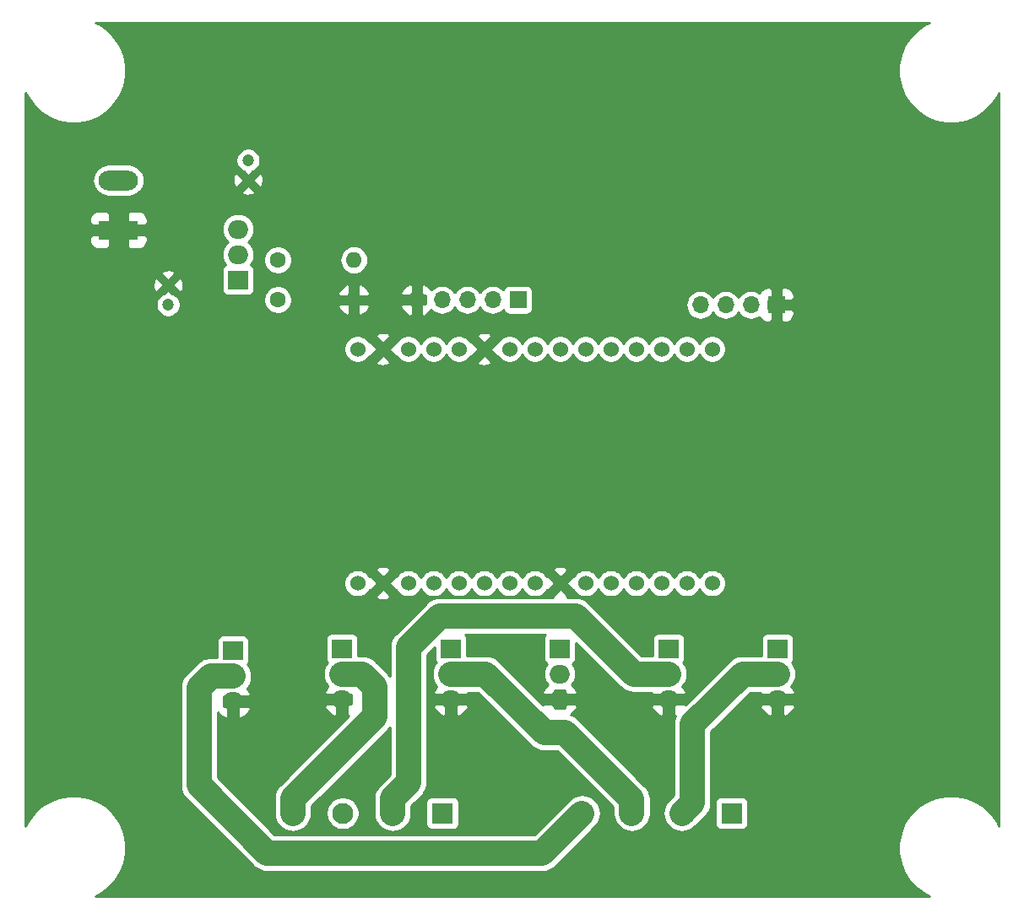
<source format=gbr>
G04 #@! TF.GenerationSoftware,KiCad,Pcbnew,5.0.2+dfsg1-1*
G04 #@! TF.CreationDate,2020-10-29T13:50:34+01:00*
G04 #@! TF.ProjectId,led_panel,6c65645f-7061-46e6-956c-2e6b69636164,rev?*
G04 #@! TF.SameCoordinates,Original*
G04 #@! TF.FileFunction,Copper,L2,Bot*
G04 #@! TF.FilePolarity,Positive*
%FSLAX46Y46*%
G04 Gerber Fmt 4.6, Leading zero omitted, Abs format (unit mm)*
G04 Created by KiCad (PCBNEW 5.0.2+dfsg1-1) date Thu 29 Oct 2020 01:50:34 PM CET*
%MOMM*%
%LPD*%
G01*
G04 APERTURE LIST*
G04 #@! TA.AperFunction,ComponentPad*
%ADD10C,2.100000*%
G04 #@! TD*
G04 #@! TA.AperFunction,ComponentPad*
%ADD11R,2.100000X2.100000*%
G04 #@! TD*
G04 #@! TA.AperFunction,ComponentPad*
%ADD12C,1.200000*%
G04 #@! TD*
G04 #@! TA.AperFunction,ComponentPad*
%ADD13R,3.960000X1.980000*%
G04 #@! TD*
G04 #@! TA.AperFunction,ComponentPad*
%ADD14O,3.960000X1.980000*%
G04 #@! TD*
G04 #@! TA.AperFunction,ComponentPad*
%ADD15R,2.000000X1.905000*%
G04 #@! TD*
G04 #@! TA.AperFunction,ComponentPad*
%ADD16O,2.000000X1.905000*%
G04 #@! TD*
G04 #@! TA.AperFunction,ComponentPad*
%ADD17C,1.600000*%
G04 #@! TD*
G04 #@! TA.AperFunction,ComponentPad*
%ADD18O,1.600000X1.600000*%
G04 #@! TD*
G04 #@! TA.AperFunction,ComponentPad*
%ADD19R,1.700000X1.700000*%
G04 #@! TD*
G04 #@! TA.AperFunction,ComponentPad*
%ADD20O,1.700000X1.700000*%
G04 #@! TD*
G04 #@! TA.AperFunction,ComponentPad*
%ADD21C,1.524000*%
G04 #@! TD*
G04 #@! TA.AperFunction,Conductor*
%ADD22C,2.500000*%
G04 #@! TD*
G04 #@! TA.AperFunction,Conductor*
%ADD23C,0.250000*%
G04 #@! TD*
G04 APERTURE END LIST*
D10*
G04 #@! TO.P,J1,4*
G04 #@! TO.N,Net-(J1-Pad4)*
X118460001Y-115805001D03*
G04 #@! TO.P,J1,3*
G04 #@! TO.N,Net-(J1-Pad3)*
X123460001Y-115805001D03*
G04 #@! TO.P,J1,2*
G04 #@! TO.N,Net-(J1-Pad2)*
X128460001Y-115805001D03*
D11*
G04 #@! TO.P,J1,1*
G04 #@! TO.N,+12V*
X133460001Y-115805001D03*
G04 #@! TD*
D10*
G04 #@! TO.P,J3,4*
G04 #@! TO.N,Net-(J3-Pad4)*
X147460001Y-115805001D03*
G04 #@! TO.P,J3,3*
G04 #@! TO.N,Net-(J3-Pad3)*
X152460001Y-115805001D03*
G04 #@! TO.P,J3,2*
G04 #@! TO.N,Net-(J3-Pad2)*
X157460001Y-115805001D03*
D11*
G04 #@! TO.P,J3,1*
G04 #@! TO.N,+12V*
X162460001Y-115805001D03*
G04 #@! TD*
D12*
G04 #@! TO.P,C1,2*
G04 #@! TO.N,Earth*
X113960001Y-52305001D03*
G04 #@! TO.P,C1,1*
G04 #@! TO.N,+12V*
X113960001Y-50305001D03*
G04 #@! TD*
G04 #@! TO.P,C2,1*
G04 #@! TO.N,/5V*
X105960001Y-64805001D03*
G04 #@! TO.P,C2,2*
G04 #@! TO.N,Earth*
X105960001Y-62805001D03*
G04 #@! TD*
D13*
G04 #@! TO.P,J2,1*
G04 #@! TO.N,Earth*
X100960001Y-57305001D03*
D14*
G04 #@! TO.P,J2,2*
G04 #@! TO.N,+12V*
X100960001Y-52305001D03*
G04 #@! TD*
D15*
G04 #@! TO.P,Q1,1*
G04 #@! TO.N,/GREEN*
X156140001Y-99305001D03*
D16*
G04 #@! TO.P,Q1,2*
G04 #@! TO.N,Net-(J1-Pad2)*
X156140001Y-101845001D03*
G04 #@! TO.P,Q1,3*
G04 #@! TO.N,Earth*
X156140001Y-104385001D03*
G04 #@! TD*
D15*
G04 #@! TO.P,Q2,1*
G04 #@! TO.N,/GREEN*
X167060001Y-99305001D03*
D16*
G04 #@! TO.P,Q2,2*
G04 #@! TO.N,Net-(J3-Pad2)*
X167060001Y-101845001D03*
G04 #@! TO.P,Q2,3*
G04 #@! TO.N,Earth*
X167060001Y-104385001D03*
G04 #@! TD*
D15*
G04 #@! TO.P,Q3,1*
G04 #@! TO.N,/RED*
X145220001Y-99305001D03*
D16*
G04 #@! TO.P,Q3,2*
G04 #@! TO.N,Net-(J1-Pad3)*
X145220001Y-101845001D03*
G04 #@! TO.P,Q3,3*
G04 #@! TO.N,Earth*
X145220001Y-104385001D03*
G04 #@! TD*
G04 #@! TO.P,Q4,3*
G04 #@! TO.N,Earth*
X134300001Y-104385001D03*
G04 #@! TO.P,Q4,2*
G04 #@! TO.N,Net-(J3-Pad3)*
X134300001Y-101845001D03*
D15*
G04 #@! TO.P,Q4,1*
G04 #@! TO.N,/RED*
X134300001Y-99305001D03*
G04 #@! TD*
D16*
G04 #@! TO.P,Q5,3*
G04 #@! TO.N,Earth*
X123380001Y-104385001D03*
G04 #@! TO.P,Q5,2*
G04 #@! TO.N,Net-(J1-Pad4)*
X123380001Y-101845001D03*
D15*
G04 #@! TO.P,Q5,1*
G04 #@! TO.N,/BLUE*
X123380001Y-99305001D03*
G04 #@! TD*
D16*
G04 #@! TO.P,Q6,3*
G04 #@! TO.N,Earth*
X112460001Y-104585001D03*
G04 #@! TO.P,Q6,2*
G04 #@! TO.N,Net-(J3-Pad4)*
X112460001Y-102045001D03*
D15*
G04 #@! TO.P,Q6,1*
G04 #@! TO.N,/BLUE*
X112460001Y-99505001D03*
G04 #@! TD*
D17*
G04 #@! TO.P,R5,1*
G04 #@! TO.N,/5V*
X116960001Y-60305001D03*
D18*
G04 #@! TO.P,R5,2*
G04 #@! TO.N,Net-(R5-Pad2)*
X124580001Y-60305001D03*
G04 #@! TD*
D17*
G04 #@! TO.P,R6,1*
G04 #@! TO.N,Net-(R5-Pad2)*
X116960001Y-64305001D03*
D18*
G04 #@! TO.P,R6,2*
G04 #@! TO.N,Earth*
X124580001Y-64305001D03*
G04 #@! TD*
D19*
G04 #@! TO.P,SW1,1*
G04 #@! TO.N,/ROT+*
X141035001Y-64305001D03*
D20*
G04 #@! TO.P,SW1,2*
G04 #@! TO.N,/ROT-*
X138495001Y-64305001D03*
G04 #@! TO.P,SW1,3*
G04 #@! TO.N,/BUTTON*
X135955001Y-64305001D03*
G04 #@! TO.P,SW1,4*
G04 #@! TO.N,/3V3*
X133415001Y-64305001D03*
G04 #@! TO.P,SW1,5*
G04 #@! TO.N,Earth*
X130875001Y-64305001D03*
G04 #@! TD*
D21*
G04 #@! TO.P,U1,1*
G04 #@! TO.N,Net-(U1-Pad1)*
X160510001Y-69240001D03*
G04 #@! TO.P,U1,2*
G04 #@! TO.N,Net-(U1-Pad2)*
X157970001Y-69240001D03*
G04 #@! TO.P,U1,3*
G04 #@! TO.N,Net-(U1-Pad3)*
X155430001Y-69240001D03*
G04 #@! TO.P,U1,4*
G04 #@! TO.N,Net-(U1-Pad4)*
X152890001Y-69240001D03*
G04 #@! TO.P,U1,5*
G04 #@! TO.N,Net-(U1-Pad5)*
X150350001Y-69240001D03*
G04 #@! TO.P,U1,6*
G04 #@! TO.N,Net-(U1-Pad6)*
X147810001Y-69240001D03*
G04 #@! TO.P,U1,7*
G04 #@! TO.N,Net-(U1-Pad7)*
X145270001Y-69240001D03*
G04 #@! TO.P,U1,8*
G04 #@! TO.N,Net-(U1-Pad8)*
X142730001Y-69240001D03*
G04 #@! TO.P,U1,9*
G04 #@! TO.N,Net-(U1-Pad9)*
X140190001Y-69240001D03*
G04 #@! TO.P,U1,10*
G04 #@! TO.N,Earth*
X137650001Y-69240001D03*
G04 #@! TO.P,U1,11*
G04 #@! TO.N,/3V3*
X135110001Y-69240001D03*
G04 #@! TO.P,U1,12*
G04 #@! TO.N,Net-(U1-Pad12)*
X132570001Y-69240001D03*
G04 #@! TO.P,U1,13*
G04 #@! TO.N,Net-(U1-Pad13)*
X130030001Y-69240001D03*
G04 #@! TO.P,U1,14*
G04 #@! TO.N,Earth*
X127490001Y-69240001D03*
G04 #@! TO.P,U1,15*
G04 #@! TO.N,/5V*
X124950001Y-69240001D03*
G04 #@! TO.P,U1,16*
G04 #@! TO.N,/3V3*
X124950001Y-92735001D03*
G04 #@! TO.P,U1,17*
G04 #@! TO.N,Earth*
X127490001Y-92735001D03*
G04 #@! TO.P,U1,18*
G04 #@! TO.N,Net-(U1-Pad18)*
X130030001Y-92735001D03*
G04 #@! TO.P,U1,19*
G04 #@! TO.N,/BUTTON*
X132570001Y-92735001D03*
G04 #@! TO.P,U1,20*
G04 #@! TO.N,Net-(U1-Pad20)*
X135110001Y-92735001D03*
G04 #@! TO.P,U1,21*
G04 #@! TO.N,/BLUE*
X137650001Y-92735001D03*
G04 #@! TO.P,U1,22*
G04 #@! TO.N,/RED*
X140190001Y-92735001D03*
G04 #@! TO.P,U1,23*
G04 #@! TO.N,/GREEN*
X142730001Y-92735001D03*
G04 #@! TO.P,U1,24*
G04 #@! TO.N,Earth*
X145270001Y-92735001D03*
G04 #@! TO.P,U1,25*
G04 #@! TO.N,Net-(U1-Pad25)*
X147810001Y-92735001D03*
G04 #@! TO.P,U1,26*
G04 #@! TO.N,/ROT-*
X150350001Y-92735001D03*
G04 #@! TO.P,U1,27*
G04 #@! TO.N,/ROT+*
X152890001Y-92735001D03*
G04 #@! TO.P,U1,28*
G04 #@! TO.N,/SDA*
X155430001Y-92735001D03*
G04 #@! TO.P,U1,29*
G04 #@! TO.N,/SCL*
X157970001Y-92735001D03*
G04 #@! TO.P,U1,30*
G04 #@! TO.N,Net-(U1-Pad30)*
X160510001Y-92735001D03*
G04 #@! TD*
D15*
G04 #@! TO.P,U2,1*
G04 #@! TO.N,Net-(R5-Pad2)*
X112960001Y-62305001D03*
D16*
G04 #@! TO.P,U2,2*
G04 #@! TO.N,/5V*
X112960001Y-59765001D03*
G04 #@! TO.P,U2,3*
G04 #@! TO.N,+12V*
X112960001Y-57225001D03*
G04 #@! TD*
D19*
G04 #@! TO.P,U3,1*
G04 #@! TO.N,Earth*
X166960001Y-64805001D03*
D20*
G04 #@! TO.P,U3,2*
G04 #@! TO.N,/3V3*
X164420001Y-64805001D03*
G04 #@! TO.P,U3,3*
G04 #@! TO.N,/SCL*
X161880001Y-64805001D03*
G04 #@! TO.P,U3,4*
G04 #@! TO.N,/SDA*
X159340001Y-64805001D03*
G04 #@! TD*
D22*
G04 #@! TO.N,Net-(J1-Pad2)*
X128460001Y-114320077D02*
X130060001Y-112720077D01*
X128460001Y-115805001D02*
X128460001Y-114320077D01*
X130060001Y-99162499D02*
X133217499Y-96005001D01*
X130060001Y-112720077D02*
X130060001Y-99162499D01*
X152640001Y-101845001D02*
X156140001Y-101845001D01*
X146800001Y-96005001D02*
X152640001Y-101845001D01*
X133217499Y-96005001D02*
X146800001Y-96005001D01*
G04 #@! TO.N,Net-(J3-Pad2)*
X158510000Y-106895002D02*
X163560001Y-101845001D01*
X163560001Y-101845001D02*
X167060001Y-101845001D01*
X158510000Y-114755002D02*
X158510000Y-106895002D01*
X157460001Y-115805001D02*
X158510000Y-114755002D01*
G04 #@! TO.N,Net-(J3-Pad3)*
X152460001Y-114405001D02*
X152460001Y-115805001D01*
X134300001Y-101845001D02*
X137800001Y-101845001D01*
X145760001Y-107705001D02*
X152460001Y-114405001D01*
X143660001Y-107705001D02*
X145760001Y-107705001D01*
X137800001Y-101845001D02*
X143660001Y-107705001D01*
G04 #@! TO.N,Net-(J1-Pad4)*
X126660001Y-103105001D02*
X125400001Y-101845001D01*
X125400001Y-101845001D02*
X123380001Y-101845001D01*
X126660001Y-106120077D02*
X126660001Y-103105001D01*
X118460001Y-115805001D02*
X118460001Y-114320077D01*
X118460001Y-114320077D02*
X126660001Y-106120077D01*
G04 #@! TO.N,Net-(J3-Pad4)*
X146410002Y-116855000D02*
X147460001Y-115805001D01*
X110220001Y-102045001D02*
X109060001Y-103205001D01*
X109060001Y-113005001D02*
X115860001Y-119805001D01*
X112460001Y-102045001D02*
X110220001Y-102045001D01*
X109060001Y-103205001D02*
X109060001Y-113005001D01*
X143460001Y-119805001D02*
X146410002Y-116855000D01*
X115860001Y-119805001D02*
X143460001Y-119805001D01*
G04 #@! TD*
D23*
G04 #@! TO.N,Earth*
G36*
X181961352Y-36630357D02*
X181097385Y-37207641D01*
X180362641Y-37942385D01*
X179785357Y-38806352D01*
X179387717Y-39766340D01*
X179185001Y-40785459D01*
X179185001Y-41824543D01*
X179387717Y-42843662D01*
X179785357Y-43803650D01*
X180362641Y-44667617D01*
X181097385Y-45402361D01*
X181961352Y-45979645D01*
X182921340Y-46377285D01*
X183940459Y-46580001D01*
X184979543Y-46580001D01*
X185998662Y-46377285D01*
X186958650Y-45979645D01*
X187822617Y-45402361D01*
X188557361Y-44667617D01*
X189134645Y-43803650D01*
X189260001Y-43501014D01*
X189260002Y-117108991D01*
X189134645Y-116806352D01*
X188557361Y-115942385D01*
X187822617Y-115207641D01*
X186958650Y-114630357D01*
X185998662Y-114232717D01*
X184979543Y-114030001D01*
X183940459Y-114030001D01*
X182921340Y-114232717D01*
X181961352Y-114630357D01*
X181097385Y-115207641D01*
X180362641Y-115942385D01*
X179785357Y-116806352D01*
X179387717Y-117766340D01*
X179185001Y-118785459D01*
X179185001Y-119824543D01*
X179387717Y-120843662D01*
X179785357Y-121803650D01*
X180362641Y-122667617D01*
X181097385Y-123402361D01*
X181961352Y-123979645D01*
X182263988Y-124105001D01*
X98656014Y-124105001D01*
X98958650Y-123979645D01*
X99822617Y-123402361D01*
X100557361Y-122667617D01*
X101134645Y-121803650D01*
X101532285Y-120843662D01*
X101735001Y-119824543D01*
X101735001Y-118785459D01*
X101532285Y-117766340D01*
X101134645Y-116806352D01*
X100557361Y-115942385D01*
X99822617Y-115207641D01*
X98958650Y-114630357D01*
X97998662Y-114232717D01*
X96979543Y-114030001D01*
X95940459Y-114030001D01*
X94921340Y-114232717D01*
X93961352Y-114630357D01*
X93097385Y-115207641D01*
X92362641Y-115942385D01*
X91785357Y-116806352D01*
X91660001Y-117108988D01*
X91660001Y-103205001D01*
X107175930Y-103205001D01*
X107185001Y-103297103D01*
X107185002Y-112912889D01*
X107175930Y-113005001D01*
X107212131Y-113372565D01*
X107319346Y-113726004D01*
X107493453Y-114051735D01*
X107669045Y-114265695D01*
X107669049Y-114265699D01*
X107727762Y-114337241D01*
X107799304Y-114395954D01*
X114469043Y-121065693D01*
X114527761Y-121137241D01*
X114813267Y-121371550D01*
X115138998Y-121545657D01*
X115492437Y-121652871D01*
X115767892Y-121680001D01*
X115767901Y-121680001D01*
X115860000Y-121689072D01*
X115952099Y-121680001D01*
X143367899Y-121680001D01*
X143460001Y-121689072D01*
X143552103Y-121680001D01*
X143552110Y-121680001D01*
X143827565Y-121652871D01*
X144181004Y-121545657D01*
X144506735Y-121371550D01*
X144792241Y-121137241D01*
X144850959Y-121065693D01*
X148850957Y-117065695D01*
X149026549Y-116851736D01*
X149200656Y-116526005D01*
X149307871Y-116172566D01*
X149344072Y-115805001D01*
X149307871Y-115437437D01*
X149200656Y-115083998D01*
X149026549Y-114758267D01*
X148792241Y-114472761D01*
X148506735Y-114238453D01*
X148181004Y-114064346D01*
X147827565Y-113957131D01*
X147460001Y-113920930D01*
X147092436Y-113957131D01*
X146738997Y-114064346D01*
X146413266Y-114238453D01*
X146199307Y-114414045D01*
X142683351Y-117930001D01*
X116636651Y-117930001D01*
X113026727Y-114320077D01*
X116575930Y-114320077D01*
X116585001Y-114412179D01*
X116585001Y-115897109D01*
X116612131Y-116172564D01*
X116719345Y-116526003D01*
X116893452Y-116851734D01*
X117127761Y-117137241D01*
X117413267Y-117371550D01*
X117738998Y-117545657D01*
X118092437Y-117652871D01*
X118460001Y-117689073D01*
X118827564Y-117652871D01*
X119181003Y-117545657D01*
X119506734Y-117371550D01*
X119792241Y-117137241D01*
X120026550Y-116851735D01*
X120200657Y-116526004D01*
X120307871Y-116172565D01*
X120335001Y-115897110D01*
X120335001Y-115640028D01*
X121785001Y-115640028D01*
X121785001Y-115969974D01*
X121849370Y-116293581D01*
X121975635Y-116598411D01*
X122158943Y-116872752D01*
X122392250Y-117106059D01*
X122666591Y-117289367D01*
X122971421Y-117415632D01*
X123295028Y-117480001D01*
X123624974Y-117480001D01*
X123948581Y-117415632D01*
X124253411Y-117289367D01*
X124527752Y-117106059D01*
X124761059Y-116872752D01*
X124944367Y-116598411D01*
X125070632Y-116293581D01*
X125135001Y-115969974D01*
X125135001Y-115640028D01*
X125070632Y-115316421D01*
X124944367Y-115011591D01*
X124761059Y-114737250D01*
X124527752Y-114503943D01*
X124253411Y-114320635D01*
X123948581Y-114194370D01*
X123624974Y-114130001D01*
X123295028Y-114130001D01*
X122971421Y-114194370D01*
X122666591Y-114320635D01*
X122392250Y-114503943D01*
X122158943Y-114737250D01*
X121975635Y-115011591D01*
X121849370Y-115316421D01*
X121785001Y-115640028D01*
X120335001Y-115640028D01*
X120335001Y-115096727D01*
X127920694Y-107511034D01*
X127992241Y-107452317D01*
X128185001Y-107217438D01*
X128185001Y-111943426D01*
X127199304Y-112929124D01*
X127127762Y-112987837D01*
X127069049Y-113059379D01*
X127069045Y-113059383D01*
X126893453Y-113273343D01*
X126719346Y-113599074D01*
X126612131Y-113952513D01*
X126585001Y-114227968D01*
X126585001Y-114227975D01*
X126575930Y-114320077D01*
X126585001Y-114412179D01*
X126585001Y-115897109D01*
X126612131Y-116172564D01*
X126719345Y-116526003D01*
X126893452Y-116851734D01*
X127127761Y-117137241D01*
X127413267Y-117371550D01*
X127738998Y-117545657D01*
X128092437Y-117652871D01*
X128460001Y-117689073D01*
X128827564Y-117652871D01*
X129181003Y-117545657D01*
X129506734Y-117371550D01*
X129792241Y-117137241D01*
X130026550Y-116851735D01*
X130200657Y-116526004D01*
X130307871Y-116172565D01*
X130335001Y-115897110D01*
X130335001Y-115096727D01*
X130676727Y-114755001D01*
X131781977Y-114755001D01*
X131781977Y-116855001D01*
X131794044Y-116977522D01*
X131829782Y-117095335D01*
X131887818Y-117203912D01*
X131965921Y-117299081D01*
X132061090Y-117377184D01*
X132169667Y-117435220D01*
X132287480Y-117470958D01*
X132410001Y-117483025D01*
X134510001Y-117483025D01*
X134632522Y-117470958D01*
X134750335Y-117435220D01*
X134858912Y-117377184D01*
X134954081Y-117299081D01*
X135032184Y-117203912D01*
X135090220Y-117095335D01*
X135125958Y-116977522D01*
X135138025Y-116855001D01*
X135138025Y-114755001D01*
X135125958Y-114632480D01*
X135090220Y-114514667D01*
X135032184Y-114406090D01*
X134954081Y-114310921D01*
X134858912Y-114232818D01*
X134750335Y-114174782D01*
X134632522Y-114139044D01*
X134510001Y-114126977D01*
X132410001Y-114126977D01*
X132287480Y-114139044D01*
X132169667Y-114174782D01*
X132061090Y-114232818D01*
X131965921Y-114310921D01*
X131887818Y-114406090D01*
X131829782Y-114514667D01*
X131794044Y-114632480D01*
X131781977Y-114755001D01*
X130676727Y-114755001D01*
X131320699Y-114111030D01*
X131392241Y-114052317D01*
X131470359Y-113957131D01*
X131626549Y-113766812D01*
X131626550Y-113766811D01*
X131800657Y-113441080D01*
X131907871Y-113087641D01*
X131935001Y-112812186D01*
X131935001Y-112812185D01*
X131944073Y-112720077D01*
X131935001Y-112627968D01*
X131935001Y-105139487D01*
X132533269Y-105139487D01*
X132687340Y-105411565D01*
X132917687Y-105697188D01*
X133199330Y-105932384D01*
X133521446Y-106108115D01*
X133800001Y-105970013D01*
X133800001Y-104861251D01*
X134800001Y-104861251D01*
X134800001Y-105970013D01*
X135078556Y-106108115D01*
X135400672Y-105932384D01*
X135682315Y-105697188D01*
X135912662Y-105411565D01*
X136066733Y-105139487D01*
X135923358Y-104861251D01*
X134800001Y-104861251D01*
X133800001Y-104861251D01*
X132676644Y-104861251D01*
X132533269Y-105139487D01*
X131935001Y-105139487D01*
X131935001Y-99939149D01*
X132671977Y-99202173D01*
X132671977Y-100257501D01*
X132684044Y-100380022D01*
X132719782Y-100497835D01*
X132777818Y-100606412D01*
X132834361Y-100675310D01*
X132733452Y-100798267D01*
X132559345Y-101123998D01*
X132452131Y-101477437D01*
X132415929Y-101845001D01*
X132452131Y-102212565D01*
X132559345Y-102566004D01*
X132733452Y-102891735D01*
X132900029Y-103094709D01*
X132687340Y-103358437D01*
X132533269Y-103630515D01*
X132676644Y-103908751D01*
X133800001Y-103908751D01*
X133800001Y-103652697D01*
X133932437Y-103692871D01*
X134207892Y-103720001D01*
X134800001Y-103720001D01*
X134800001Y-103908751D01*
X135923358Y-103908751D01*
X136020621Y-103720001D01*
X137023351Y-103720001D01*
X142269043Y-108965693D01*
X142327761Y-109037241D01*
X142613267Y-109271550D01*
X142938998Y-109445657D01*
X143292437Y-109552871D01*
X143567892Y-109580001D01*
X143567901Y-109580001D01*
X143660000Y-109589072D01*
X143752099Y-109580001D01*
X144983351Y-109580001D01*
X150585001Y-115181652D01*
X150585001Y-115897110D01*
X150612131Y-116172565D01*
X150719346Y-116526004D01*
X150893453Y-116851735D01*
X151127762Y-117137241D01*
X151413268Y-117371550D01*
X151738999Y-117545657D01*
X152092438Y-117652871D01*
X152460001Y-117689073D01*
X152827565Y-117652871D01*
X153181004Y-117545657D01*
X153506735Y-117371550D01*
X153792241Y-117137241D01*
X154026550Y-116851735D01*
X154200657Y-116526004D01*
X154307871Y-116172565D01*
X154335001Y-115897110D01*
X154335001Y-115805001D01*
X155575930Y-115805001D01*
X155612131Y-116172565D01*
X155719346Y-116526004D01*
X155893453Y-116851735D01*
X156127761Y-117137241D01*
X156413267Y-117371549D01*
X156738998Y-117545656D01*
X157092437Y-117652871D01*
X157460001Y-117689072D01*
X157827565Y-117652871D01*
X158181004Y-117545656D01*
X158506735Y-117371549D01*
X158720695Y-117195957D01*
X159770693Y-116145959D01*
X159842240Y-116087242D01*
X160076549Y-115801736D01*
X160250656Y-115476005D01*
X160357870Y-115122566D01*
X160385000Y-114847111D01*
X160385000Y-114847104D01*
X160394071Y-114755002D01*
X160394071Y-114755001D01*
X160781977Y-114755001D01*
X160781977Y-116855001D01*
X160794044Y-116977522D01*
X160829782Y-117095335D01*
X160887818Y-117203912D01*
X160965921Y-117299081D01*
X161061090Y-117377184D01*
X161169667Y-117435220D01*
X161287480Y-117470958D01*
X161410001Y-117483025D01*
X163510001Y-117483025D01*
X163632522Y-117470958D01*
X163750335Y-117435220D01*
X163858912Y-117377184D01*
X163954081Y-117299081D01*
X164032184Y-117203912D01*
X164090220Y-117095335D01*
X164125958Y-116977522D01*
X164138025Y-116855001D01*
X164138025Y-114755001D01*
X164125958Y-114632480D01*
X164090220Y-114514667D01*
X164032184Y-114406090D01*
X163954081Y-114310921D01*
X163858912Y-114232818D01*
X163750335Y-114174782D01*
X163632522Y-114139044D01*
X163510001Y-114126977D01*
X161410001Y-114126977D01*
X161287480Y-114139044D01*
X161169667Y-114174782D01*
X161061090Y-114232818D01*
X160965921Y-114310921D01*
X160887818Y-114406090D01*
X160829782Y-114514667D01*
X160794044Y-114632480D01*
X160781977Y-114755001D01*
X160394071Y-114755001D01*
X160385000Y-114662900D01*
X160385000Y-107671652D01*
X162917165Y-105139487D01*
X165293269Y-105139487D01*
X165447340Y-105411565D01*
X165677687Y-105697188D01*
X165959330Y-105932384D01*
X166281446Y-106108115D01*
X166560001Y-105970013D01*
X166560001Y-104861251D01*
X167560001Y-104861251D01*
X167560001Y-105970013D01*
X167838556Y-106108115D01*
X168160672Y-105932384D01*
X168442315Y-105697188D01*
X168672662Y-105411565D01*
X168826733Y-105139487D01*
X168683358Y-104861251D01*
X167560001Y-104861251D01*
X166560001Y-104861251D01*
X165436644Y-104861251D01*
X165293269Y-105139487D01*
X162917165Y-105139487D01*
X164336652Y-103720001D01*
X165339381Y-103720001D01*
X165436644Y-103908751D01*
X166560001Y-103908751D01*
X166560001Y-103720001D01*
X167152110Y-103720001D01*
X167427565Y-103692871D01*
X167560001Y-103652697D01*
X167560001Y-103908751D01*
X168683358Y-103908751D01*
X168826733Y-103630515D01*
X168672662Y-103358437D01*
X168459973Y-103094709D01*
X168626550Y-102891735D01*
X168800657Y-102566004D01*
X168907871Y-102212565D01*
X168944073Y-101845001D01*
X168907871Y-101477437D01*
X168800657Y-101123998D01*
X168626550Y-100798267D01*
X168525641Y-100675310D01*
X168582184Y-100606412D01*
X168640220Y-100497835D01*
X168675958Y-100380022D01*
X168688025Y-100257501D01*
X168688025Y-98352501D01*
X168675958Y-98229980D01*
X168640220Y-98112167D01*
X168582184Y-98003590D01*
X168504081Y-97908421D01*
X168408912Y-97830318D01*
X168300335Y-97772282D01*
X168182522Y-97736544D01*
X168060001Y-97724477D01*
X166060001Y-97724477D01*
X165937480Y-97736544D01*
X165819667Y-97772282D01*
X165711090Y-97830318D01*
X165615921Y-97908421D01*
X165537818Y-98003590D01*
X165479782Y-98112167D01*
X165444044Y-98229980D01*
X165431977Y-98352501D01*
X165431977Y-99970001D01*
X163652103Y-99970001D01*
X163560001Y-99960930D01*
X163467899Y-99970001D01*
X163467892Y-99970001D01*
X163226587Y-99993767D01*
X163192436Y-99997131D01*
X163085222Y-100029654D01*
X162838998Y-100104345D01*
X162513267Y-100278452D01*
X162513265Y-100278453D01*
X162513266Y-100278453D01*
X162299306Y-100454045D01*
X162299303Y-100454048D01*
X162227761Y-100512761D01*
X162169047Y-100584304D01*
X157807139Y-104946213D01*
X157763358Y-104861251D01*
X156640001Y-104861251D01*
X156640001Y-105970013D01*
X156828441Y-106063438D01*
X156769345Y-106173999D01*
X156662130Y-106527438D01*
X156625929Y-106895002D01*
X156635001Y-106987114D01*
X156635000Y-113978352D01*
X156069045Y-114544307D01*
X155893453Y-114758267D01*
X155719346Y-115083998D01*
X155612131Y-115437437D01*
X155575930Y-115805001D01*
X154335001Y-115805001D01*
X154335001Y-114497103D01*
X154344072Y-114405001D01*
X154335001Y-114312899D01*
X154335001Y-114312892D01*
X154307871Y-114037437D01*
X154305616Y-114030001D01*
X154225778Y-113766812D01*
X154200657Y-113683998D01*
X154026550Y-113358267D01*
X153792241Y-113072761D01*
X153720700Y-113014049D01*
X147150959Y-106444309D01*
X147092241Y-106372761D01*
X146806735Y-106138452D01*
X146481004Y-105964345D01*
X146335319Y-105920152D01*
X146602315Y-105697188D01*
X146832662Y-105411565D01*
X146986733Y-105139487D01*
X154373269Y-105139487D01*
X154527340Y-105411565D01*
X154757687Y-105697188D01*
X155039330Y-105932384D01*
X155361446Y-106108115D01*
X155640001Y-105970013D01*
X155640001Y-104861251D01*
X154516644Y-104861251D01*
X154373269Y-105139487D01*
X146986733Y-105139487D01*
X146843358Y-104861251D01*
X145720001Y-104861251D01*
X145720001Y-105280001D01*
X144720001Y-105280001D01*
X144720001Y-104861251D01*
X143596644Y-104861251D01*
X143552863Y-104946213D01*
X139190959Y-100584309D01*
X139132241Y-100512761D01*
X138846735Y-100278452D01*
X138521004Y-100104345D01*
X138167565Y-99997131D01*
X137892110Y-99970001D01*
X137892103Y-99970001D01*
X137800001Y-99960930D01*
X137707899Y-99970001D01*
X135928025Y-99970001D01*
X135928025Y-98352501D01*
X135915958Y-98229980D01*
X135880220Y-98112167D01*
X135822184Y-98003590D01*
X135744081Y-97908421D01*
X135709451Y-97880001D01*
X143810551Y-97880001D01*
X143775921Y-97908421D01*
X143697818Y-98003590D01*
X143639782Y-98112167D01*
X143604044Y-98229980D01*
X143591977Y-98352501D01*
X143591977Y-100257501D01*
X143604044Y-100380022D01*
X143639782Y-100497835D01*
X143697818Y-100606412D01*
X143775921Y-100701581D01*
X143871090Y-100779684D01*
X143964908Y-100829831D01*
X143854512Y-100964349D01*
X143708030Y-101238397D01*
X143617827Y-101535757D01*
X143587369Y-101845001D01*
X143617827Y-102154245D01*
X143708030Y-102451605D01*
X143854512Y-102725653D01*
X144016721Y-102923306D01*
X143837687Y-103072814D01*
X143607340Y-103358437D01*
X143453269Y-103630515D01*
X143596644Y-103908751D01*
X144720001Y-103908751D01*
X144720001Y-103490001D01*
X145720001Y-103490001D01*
X145720001Y-103908751D01*
X146843358Y-103908751D01*
X146986733Y-103630515D01*
X146832662Y-103358437D01*
X146602315Y-103072814D01*
X146423281Y-102923306D01*
X146585490Y-102725653D01*
X146731972Y-102451605D01*
X146822175Y-102154245D01*
X146852633Y-101845001D01*
X146822175Y-101535757D01*
X146731972Y-101238397D01*
X146585490Y-100964349D01*
X146475094Y-100829831D01*
X146568912Y-100779684D01*
X146664081Y-100701581D01*
X146742184Y-100606412D01*
X146800220Y-100497835D01*
X146835958Y-100380022D01*
X146848025Y-100257501D01*
X146848025Y-98704675D01*
X151249043Y-103105693D01*
X151307761Y-103177241D01*
X151593267Y-103411550D01*
X151918998Y-103585657D01*
X152272437Y-103692871D01*
X152547892Y-103720001D01*
X152547901Y-103720001D01*
X152640000Y-103729072D01*
X152732099Y-103720001D01*
X154419381Y-103720001D01*
X154516644Y-103908751D01*
X155640001Y-103908751D01*
X155640001Y-103720001D01*
X156232110Y-103720001D01*
X156507565Y-103692871D01*
X156640001Y-103652697D01*
X156640001Y-103908751D01*
X157763358Y-103908751D01*
X157906733Y-103630515D01*
X157752662Y-103358437D01*
X157539973Y-103094709D01*
X157706550Y-102891735D01*
X157880657Y-102566004D01*
X157987871Y-102212565D01*
X158024073Y-101845001D01*
X157987871Y-101477437D01*
X157880657Y-101123998D01*
X157706550Y-100798267D01*
X157605641Y-100675310D01*
X157662184Y-100606412D01*
X157720220Y-100497835D01*
X157755958Y-100380022D01*
X157768025Y-100257501D01*
X157768025Y-98352501D01*
X157755958Y-98229980D01*
X157720220Y-98112167D01*
X157662184Y-98003590D01*
X157584081Y-97908421D01*
X157488912Y-97830318D01*
X157380335Y-97772282D01*
X157262522Y-97736544D01*
X157140001Y-97724477D01*
X155140001Y-97724477D01*
X155017480Y-97736544D01*
X154899667Y-97772282D01*
X154791090Y-97830318D01*
X154695921Y-97908421D01*
X154617818Y-98003590D01*
X154559782Y-98112167D01*
X154524044Y-98229980D01*
X154511977Y-98352501D01*
X154511977Y-99970001D01*
X153416651Y-99970001D01*
X148190959Y-94744309D01*
X148132241Y-94672761D01*
X147846735Y-94438452D01*
X147521004Y-94264345D01*
X147167565Y-94157131D01*
X146892110Y-94130001D01*
X146892103Y-94130001D01*
X146800001Y-94120930D01*
X146707899Y-94130001D01*
X145970892Y-94130001D01*
X146000063Y-94003879D01*
X145270001Y-93273816D01*
X144539939Y-94003879D01*
X144569110Y-94130001D01*
X133309597Y-94130001D01*
X133217498Y-94120930D01*
X133125399Y-94130001D01*
X133125390Y-94130001D01*
X132849935Y-94157131D01*
X132496496Y-94264345D01*
X132170765Y-94438452D01*
X131885259Y-94672761D01*
X131826541Y-94744309D01*
X128799304Y-97771546D01*
X128727762Y-97830259D01*
X128669049Y-97901801D01*
X128669045Y-97901805D01*
X128493453Y-98115765D01*
X128319346Y-98441496D01*
X128212131Y-98794935D01*
X128175930Y-99162499D01*
X128185002Y-99254611D01*
X128185002Y-102007640D01*
X127992241Y-101772761D01*
X127920693Y-101714043D01*
X126790959Y-100584309D01*
X126732241Y-100512761D01*
X126446735Y-100278452D01*
X126121004Y-100104345D01*
X125767565Y-99997131D01*
X125492110Y-99970001D01*
X125492103Y-99970001D01*
X125400001Y-99960930D01*
X125307899Y-99970001D01*
X125008025Y-99970001D01*
X125008025Y-98352501D01*
X124995958Y-98229980D01*
X124960220Y-98112167D01*
X124902184Y-98003590D01*
X124824081Y-97908421D01*
X124728912Y-97830318D01*
X124620335Y-97772282D01*
X124502522Y-97736544D01*
X124380001Y-97724477D01*
X122380001Y-97724477D01*
X122257480Y-97736544D01*
X122139667Y-97772282D01*
X122031090Y-97830318D01*
X121935921Y-97908421D01*
X121857818Y-98003590D01*
X121799782Y-98112167D01*
X121764044Y-98229980D01*
X121751977Y-98352501D01*
X121751977Y-100257501D01*
X121764044Y-100380022D01*
X121799782Y-100497835D01*
X121857818Y-100606412D01*
X121914361Y-100675310D01*
X121813452Y-100798267D01*
X121639345Y-101123998D01*
X121532131Y-101477437D01*
X121495929Y-101845001D01*
X121532131Y-102212565D01*
X121639345Y-102566004D01*
X121813452Y-102891735D01*
X121980029Y-103094709D01*
X121767340Y-103358437D01*
X121613269Y-103630515D01*
X121756644Y-103908751D01*
X122880001Y-103908751D01*
X122880001Y-103652697D01*
X123012437Y-103692871D01*
X123287892Y-103720001D01*
X123880001Y-103720001D01*
X123880001Y-103908751D01*
X124275001Y-103908751D01*
X124275001Y-104861251D01*
X123880001Y-104861251D01*
X123880001Y-105970013D01*
X124066134Y-106062294D01*
X117199304Y-112929124D01*
X117127762Y-112987837D01*
X117069049Y-113059379D01*
X117069045Y-113059383D01*
X116893453Y-113273343D01*
X116719346Y-113599074D01*
X116612131Y-113952513D01*
X116585001Y-114227968D01*
X116585001Y-114227975D01*
X116575930Y-114320077D01*
X113026727Y-114320077D01*
X110935001Y-112228351D01*
X110935001Y-105720262D01*
X111077687Y-105897188D01*
X111359330Y-106132384D01*
X111681446Y-106308115D01*
X111960001Y-106170013D01*
X111960001Y-105061251D01*
X112960001Y-105061251D01*
X112960001Y-106170013D01*
X113238556Y-106308115D01*
X113560672Y-106132384D01*
X113842315Y-105897188D01*
X114072662Y-105611565D01*
X114226733Y-105339487D01*
X114123674Y-105139487D01*
X121613269Y-105139487D01*
X121767340Y-105411565D01*
X121997687Y-105697188D01*
X122279330Y-105932384D01*
X122601446Y-106108115D01*
X122880001Y-105970013D01*
X122880001Y-104861251D01*
X121756644Y-104861251D01*
X121613269Y-105139487D01*
X114123674Y-105139487D01*
X114083358Y-105061251D01*
X112960001Y-105061251D01*
X111960001Y-105061251D01*
X111565001Y-105061251D01*
X111565001Y-104108751D01*
X111960001Y-104108751D01*
X111960001Y-103920001D01*
X112552110Y-103920001D01*
X112827565Y-103892871D01*
X112960001Y-103852697D01*
X112960001Y-104108751D01*
X114083358Y-104108751D01*
X114226733Y-103830515D01*
X114072662Y-103558437D01*
X113859973Y-103294709D01*
X114026550Y-103091735D01*
X114200657Y-102766004D01*
X114307871Y-102412565D01*
X114344073Y-102045001D01*
X114307871Y-101677437D01*
X114200657Y-101323998D01*
X114026550Y-100998267D01*
X113925641Y-100875310D01*
X113982184Y-100806412D01*
X114040220Y-100697835D01*
X114075958Y-100580022D01*
X114088025Y-100457501D01*
X114088025Y-98552501D01*
X114075958Y-98429980D01*
X114040220Y-98312167D01*
X113982184Y-98203590D01*
X113904081Y-98108421D01*
X113808912Y-98030318D01*
X113700335Y-97972282D01*
X113582522Y-97936544D01*
X113460001Y-97924477D01*
X111460001Y-97924477D01*
X111337480Y-97936544D01*
X111219667Y-97972282D01*
X111111090Y-98030318D01*
X111015921Y-98108421D01*
X110937818Y-98203590D01*
X110879782Y-98312167D01*
X110844044Y-98429980D01*
X110831977Y-98552501D01*
X110831977Y-100170001D01*
X110312110Y-100170001D01*
X110220001Y-100160929D01*
X109852436Y-100197131D01*
X109745222Y-100229654D01*
X109498998Y-100304345D01*
X109173267Y-100478452D01*
X108887761Y-100712761D01*
X108829043Y-100784309D01*
X107799309Y-101814043D01*
X107727761Y-101872761D01*
X107493452Y-102158268D01*
X107319345Y-102483999D01*
X107212131Y-102837438D01*
X107185001Y-103112893D01*
X107185001Y-103112899D01*
X107175930Y-103205001D01*
X91660001Y-103205001D01*
X91660001Y-92598393D01*
X123563001Y-92598393D01*
X123563001Y-92871609D01*
X123616303Y-93139574D01*
X123720858Y-93391992D01*
X123872648Y-93619162D01*
X124065840Y-93812354D01*
X124293010Y-93964144D01*
X124545428Y-94068699D01*
X124813393Y-94122001D01*
X125086609Y-94122001D01*
X125354574Y-94068699D01*
X125511063Y-94003879D01*
X126759939Y-94003879D01*
X126827337Y-94295275D01*
X127144465Y-94394574D01*
X127474871Y-94430096D01*
X127805859Y-94400478D01*
X128124708Y-94306855D01*
X128152665Y-94295275D01*
X128220063Y-94003879D01*
X127490001Y-93273816D01*
X126759939Y-94003879D01*
X125511063Y-94003879D01*
X125606992Y-93964144D01*
X125834162Y-93812354D01*
X126027354Y-93619162D01*
X126142474Y-93446872D01*
X126221123Y-93465063D01*
X126951186Y-92735001D01*
X128028816Y-92735001D01*
X128758879Y-93465063D01*
X128837528Y-93446872D01*
X128952648Y-93619162D01*
X129145840Y-93812354D01*
X129373010Y-93964144D01*
X129625428Y-94068699D01*
X129893393Y-94122001D01*
X130166609Y-94122001D01*
X130434574Y-94068699D01*
X130686992Y-93964144D01*
X130914162Y-93812354D01*
X131107354Y-93619162D01*
X131259144Y-93391992D01*
X131300001Y-93293355D01*
X131340858Y-93391992D01*
X131492648Y-93619162D01*
X131685840Y-93812354D01*
X131913010Y-93964144D01*
X132165428Y-94068699D01*
X132433393Y-94122001D01*
X132706609Y-94122001D01*
X132974574Y-94068699D01*
X133226992Y-93964144D01*
X133454162Y-93812354D01*
X133647354Y-93619162D01*
X133799144Y-93391992D01*
X133840001Y-93293355D01*
X133880858Y-93391992D01*
X134032648Y-93619162D01*
X134225840Y-93812354D01*
X134453010Y-93964144D01*
X134705428Y-94068699D01*
X134973393Y-94122001D01*
X135246609Y-94122001D01*
X135514574Y-94068699D01*
X135766992Y-93964144D01*
X135994162Y-93812354D01*
X136187354Y-93619162D01*
X136339144Y-93391992D01*
X136380001Y-93293355D01*
X136420858Y-93391992D01*
X136572648Y-93619162D01*
X136765840Y-93812354D01*
X136993010Y-93964144D01*
X137245428Y-94068699D01*
X137513393Y-94122001D01*
X137786609Y-94122001D01*
X138054574Y-94068699D01*
X138306992Y-93964144D01*
X138534162Y-93812354D01*
X138727354Y-93619162D01*
X138879144Y-93391992D01*
X138920001Y-93293355D01*
X138960858Y-93391992D01*
X139112648Y-93619162D01*
X139305840Y-93812354D01*
X139533010Y-93964144D01*
X139785428Y-94068699D01*
X140053393Y-94122001D01*
X140326609Y-94122001D01*
X140594574Y-94068699D01*
X140846992Y-93964144D01*
X141074162Y-93812354D01*
X141267354Y-93619162D01*
X141419144Y-93391992D01*
X141460001Y-93293355D01*
X141500858Y-93391992D01*
X141652648Y-93619162D01*
X141845840Y-93812354D01*
X142073010Y-93964144D01*
X142325428Y-94068699D01*
X142593393Y-94122001D01*
X142866609Y-94122001D01*
X143134574Y-94068699D01*
X143386992Y-93964144D01*
X143614162Y-93812354D01*
X143807354Y-93619162D01*
X143922474Y-93446872D01*
X144001123Y-93465063D01*
X144731186Y-92735001D01*
X145808816Y-92735001D01*
X146538879Y-93465063D01*
X146617528Y-93446872D01*
X146732648Y-93619162D01*
X146925840Y-93812354D01*
X147153010Y-93964144D01*
X147405428Y-94068699D01*
X147673393Y-94122001D01*
X147946609Y-94122001D01*
X148214574Y-94068699D01*
X148466992Y-93964144D01*
X148694162Y-93812354D01*
X148887354Y-93619162D01*
X149039144Y-93391992D01*
X149080001Y-93293355D01*
X149120858Y-93391992D01*
X149272648Y-93619162D01*
X149465840Y-93812354D01*
X149693010Y-93964144D01*
X149945428Y-94068699D01*
X150213393Y-94122001D01*
X150486609Y-94122001D01*
X150754574Y-94068699D01*
X151006992Y-93964144D01*
X151234162Y-93812354D01*
X151427354Y-93619162D01*
X151579144Y-93391992D01*
X151620001Y-93293355D01*
X151660858Y-93391992D01*
X151812648Y-93619162D01*
X152005840Y-93812354D01*
X152233010Y-93964144D01*
X152485428Y-94068699D01*
X152753393Y-94122001D01*
X153026609Y-94122001D01*
X153294574Y-94068699D01*
X153546992Y-93964144D01*
X153774162Y-93812354D01*
X153967354Y-93619162D01*
X154119144Y-93391992D01*
X154160001Y-93293355D01*
X154200858Y-93391992D01*
X154352648Y-93619162D01*
X154545840Y-93812354D01*
X154773010Y-93964144D01*
X155025428Y-94068699D01*
X155293393Y-94122001D01*
X155566609Y-94122001D01*
X155834574Y-94068699D01*
X156086992Y-93964144D01*
X156314162Y-93812354D01*
X156507354Y-93619162D01*
X156659144Y-93391992D01*
X156700001Y-93293355D01*
X156740858Y-93391992D01*
X156892648Y-93619162D01*
X157085840Y-93812354D01*
X157313010Y-93964144D01*
X157565428Y-94068699D01*
X157833393Y-94122001D01*
X158106609Y-94122001D01*
X158374574Y-94068699D01*
X158626992Y-93964144D01*
X158854162Y-93812354D01*
X159047354Y-93619162D01*
X159199144Y-93391992D01*
X159240001Y-93293355D01*
X159280858Y-93391992D01*
X159432648Y-93619162D01*
X159625840Y-93812354D01*
X159853010Y-93964144D01*
X160105428Y-94068699D01*
X160373393Y-94122001D01*
X160646609Y-94122001D01*
X160914574Y-94068699D01*
X161166992Y-93964144D01*
X161394162Y-93812354D01*
X161587354Y-93619162D01*
X161739144Y-93391992D01*
X161843699Y-93139574D01*
X161897001Y-92871609D01*
X161897001Y-92598393D01*
X161843699Y-92330428D01*
X161739144Y-92078010D01*
X161587354Y-91850840D01*
X161394162Y-91657648D01*
X161166992Y-91505858D01*
X160914574Y-91401303D01*
X160646609Y-91348001D01*
X160373393Y-91348001D01*
X160105428Y-91401303D01*
X159853010Y-91505858D01*
X159625840Y-91657648D01*
X159432648Y-91850840D01*
X159280858Y-92078010D01*
X159240001Y-92176647D01*
X159199144Y-92078010D01*
X159047354Y-91850840D01*
X158854162Y-91657648D01*
X158626992Y-91505858D01*
X158374574Y-91401303D01*
X158106609Y-91348001D01*
X157833393Y-91348001D01*
X157565428Y-91401303D01*
X157313010Y-91505858D01*
X157085840Y-91657648D01*
X156892648Y-91850840D01*
X156740858Y-92078010D01*
X156700001Y-92176647D01*
X156659144Y-92078010D01*
X156507354Y-91850840D01*
X156314162Y-91657648D01*
X156086992Y-91505858D01*
X155834574Y-91401303D01*
X155566609Y-91348001D01*
X155293393Y-91348001D01*
X155025428Y-91401303D01*
X154773010Y-91505858D01*
X154545840Y-91657648D01*
X154352648Y-91850840D01*
X154200858Y-92078010D01*
X154160001Y-92176647D01*
X154119144Y-92078010D01*
X153967354Y-91850840D01*
X153774162Y-91657648D01*
X153546992Y-91505858D01*
X153294574Y-91401303D01*
X153026609Y-91348001D01*
X152753393Y-91348001D01*
X152485428Y-91401303D01*
X152233010Y-91505858D01*
X152005840Y-91657648D01*
X151812648Y-91850840D01*
X151660858Y-92078010D01*
X151620001Y-92176647D01*
X151579144Y-92078010D01*
X151427354Y-91850840D01*
X151234162Y-91657648D01*
X151006992Y-91505858D01*
X150754574Y-91401303D01*
X150486609Y-91348001D01*
X150213393Y-91348001D01*
X149945428Y-91401303D01*
X149693010Y-91505858D01*
X149465840Y-91657648D01*
X149272648Y-91850840D01*
X149120858Y-92078010D01*
X149080001Y-92176647D01*
X149039144Y-92078010D01*
X148887354Y-91850840D01*
X148694162Y-91657648D01*
X148466992Y-91505858D01*
X148214574Y-91401303D01*
X147946609Y-91348001D01*
X147673393Y-91348001D01*
X147405428Y-91401303D01*
X147153010Y-91505858D01*
X146925840Y-91657648D01*
X146732648Y-91850840D01*
X146617528Y-92023130D01*
X146538879Y-92004939D01*
X145808816Y-92735001D01*
X144731186Y-92735001D01*
X144001123Y-92004939D01*
X143922474Y-92023130D01*
X143807354Y-91850840D01*
X143614162Y-91657648D01*
X143386992Y-91505858D01*
X143291064Y-91466123D01*
X144539939Y-91466123D01*
X145270001Y-92196186D01*
X146000063Y-91466123D01*
X145932665Y-91174727D01*
X145615537Y-91075428D01*
X145285131Y-91039906D01*
X144954143Y-91069524D01*
X144635294Y-91163147D01*
X144607337Y-91174727D01*
X144539939Y-91466123D01*
X143291064Y-91466123D01*
X143134574Y-91401303D01*
X142866609Y-91348001D01*
X142593393Y-91348001D01*
X142325428Y-91401303D01*
X142073010Y-91505858D01*
X141845840Y-91657648D01*
X141652648Y-91850840D01*
X141500858Y-92078010D01*
X141460001Y-92176647D01*
X141419144Y-92078010D01*
X141267354Y-91850840D01*
X141074162Y-91657648D01*
X140846992Y-91505858D01*
X140594574Y-91401303D01*
X140326609Y-91348001D01*
X140053393Y-91348001D01*
X139785428Y-91401303D01*
X139533010Y-91505858D01*
X139305840Y-91657648D01*
X139112648Y-91850840D01*
X138960858Y-92078010D01*
X138920001Y-92176647D01*
X138879144Y-92078010D01*
X138727354Y-91850840D01*
X138534162Y-91657648D01*
X138306992Y-91505858D01*
X138054574Y-91401303D01*
X137786609Y-91348001D01*
X137513393Y-91348001D01*
X137245428Y-91401303D01*
X136993010Y-91505858D01*
X136765840Y-91657648D01*
X136572648Y-91850840D01*
X136420858Y-92078010D01*
X136380001Y-92176647D01*
X136339144Y-92078010D01*
X136187354Y-91850840D01*
X135994162Y-91657648D01*
X135766992Y-91505858D01*
X135514574Y-91401303D01*
X135246609Y-91348001D01*
X134973393Y-91348001D01*
X134705428Y-91401303D01*
X134453010Y-91505858D01*
X134225840Y-91657648D01*
X134032648Y-91850840D01*
X133880858Y-92078010D01*
X133840001Y-92176647D01*
X133799144Y-92078010D01*
X133647354Y-91850840D01*
X133454162Y-91657648D01*
X133226992Y-91505858D01*
X132974574Y-91401303D01*
X132706609Y-91348001D01*
X132433393Y-91348001D01*
X132165428Y-91401303D01*
X131913010Y-91505858D01*
X131685840Y-91657648D01*
X131492648Y-91850840D01*
X131340858Y-92078010D01*
X131300001Y-92176647D01*
X131259144Y-92078010D01*
X131107354Y-91850840D01*
X130914162Y-91657648D01*
X130686992Y-91505858D01*
X130434574Y-91401303D01*
X130166609Y-91348001D01*
X129893393Y-91348001D01*
X129625428Y-91401303D01*
X129373010Y-91505858D01*
X129145840Y-91657648D01*
X128952648Y-91850840D01*
X128837528Y-92023130D01*
X128758879Y-92004939D01*
X128028816Y-92735001D01*
X126951186Y-92735001D01*
X126221123Y-92004939D01*
X126142474Y-92023130D01*
X126027354Y-91850840D01*
X125834162Y-91657648D01*
X125606992Y-91505858D01*
X125511064Y-91466123D01*
X126759939Y-91466123D01*
X127490001Y-92196186D01*
X128220063Y-91466123D01*
X128152665Y-91174727D01*
X127835537Y-91075428D01*
X127505131Y-91039906D01*
X127174143Y-91069524D01*
X126855294Y-91163147D01*
X126827337Y-91174727D01*
X126759939Y-91466123D01*
X125511064Y-91466123D01*
X125354574Y-91401303D01*
X125086609Y-91348001D01*
X124813393Y-91348001D01*
X124545428Y-91401303D01*
X124293010Y-91505858D01*
X124065840Y-91657648D01*
X123872648Y-91850840D01*
X123720858Y-92078010D01*
X123616303Y-92330428D01*
X123563001Y-92598393D01*
X91660001Y-92598393D01*
X91660001Y-69103393D01*
X123563001Y-69103393D01*
X123563001Y-69376609D01*
X123616303Y-69644574D01*
X123720858Y-69896992D01*
X123872648Y-70124162D01*
X124065840Y-70317354D01*
X124293010Y-70469144D01*
X124545428Y-70573699D01*
X124813393Y-70627001D01*
X125086609Y-70627001D01*
X125354574Y-70573699D01*
X125511063Y-70508879D01*
X126759939Y-70508879D01*
X126827337Y-70800275D01*
X127144465Y-70899574D01*
X127474871Y-70935096D01*
X127805859Y-70905478D01*
X128124708Y-70811855D01*
X128152665Y-70800275D01*
X128220063Y-70508879D01*
X127490001Y-69778816D01*
X126759939Y-70508879D01*
X125511063Y-70508879D01*
X125606992Y-70469144D01*
X125834162Y-70317354D01*
X126027354Y-70124162D01*
X126142474Y-69951872D01*
X126221123Y-69970063D01*
X126951186Y-69240001D01*
X128028816Y-69240001D01*
X128758879Y-69970063D01*
X128837528Y-69951872D01*
X128952648Y-70124162D01*
X129145840Y-70317354D01*
X129373010Y-70469144D01*
X129625428Y-70573699D01*
X129893393Y-70627001D01*
X130166609Y-70627001D01*
X130434574Y-70573699D01*
X130686992Y-70469144D01*
X130914162Y-70317354D01*
X131107354Y-70124162D01*
X131259144Y-69896992D01*
X131300001Y-69798355D01*
X131340858Y-69896992D01*
X131492648Y-70124162D01*
X131685840Y-70317354D01*
X131913010Y-70469144D01*
X132165428Y-70573699D01*
X132433393Y-70627001D01*
X132706609Y-70627001D01*
X132974574Y-70573699D01*
X133226992Y-70469144D01*
X133454162Y-70317354D01*
X133647354Y-70124162D01*
X133799144Y-69896992D01*
X133840001Y-69798355D01*
X133880858Y-69896992D01*
X134032648Y-70124162D01*
X134225840Y-70317354D01*
X134453010Y-70469144D01*
X134705428Y-70573699D01*
X134973393Y-70627001D01*
X135246609Y-70627001D01*
X135514574Y-70573699D01*
X135671063Y-70508879D01*
X136919939Y-70508879D01*
X136987337Y-70800275D01*
X137304465Y-70899574D01*
X137634871Y-70935096D01*
X137965859Y-70905478D01*
X138284708Y-70811855D01*
X138312665Y-70800275D01*
X138380063Y-70508879D01*
X137650001Y-69778816D01*
X136919939Y-70508879D01*
X135671063Y-70508879D01*
X135766992Y-70469144D01*
X135994162Y-70317354D01*
X136187354Y-70124162D01*
X136302474Y-69951872D01*
X136381123Y-69970063D01*
X137111186Y-69240001D01*
X138188816Y-69240001D01*
X138918879Y-69970063D01*
X138997528Y-69951872D01*
X139112648Y-70124162D01*
X139305840Y-70317354D01*
X139533010Y-70469144D01*
X139785428Y-70573699D01*
X140053393Y-70627001D01*
X140326609Y-70627001D01*
X140594574Y-70573699D01*
X140846992Y-70469144D01*
X141074162Y-70317354D01*
X141267354Y-70124162D01*
X141419144Y-69896992D01*
X141460001Y-69798355D01*
X141500858Y-69896992D01*
X141652648Y-70124162D01*
X141845840Y-70317354D01*
X142073010Y-70469144D01*
X142325428Y-70573699D01*
X142593393Y-70627001D01*
X142866609Y-70627001D01*
X143134574Y-70573699D01*
X143386992Y-70469144D01*
X143614162Y-70317354D01*
X143807354Y-70124162D01*
X143959144Y-69896992D01*
X144000001Y-69798355D01*
X144040858Y-69896992D01*
X144192648Y-70124162D01*
X144385840Y-70317354D01*
X144613010Y-70469144D01*
X144865428Y-70573699D01*
X145133393Y-70627001D01*
X145406609Y-70627001D01*
X145674574Y-70573699D01*
X145926992Y-70469144D01*
X146154162Y-70317354D01*
X146347354Y-70124162D01*
X146499144Y-69896992D01*
X146540001Y-69798355D01*
X146580858Y-69896992D01*
X146732648Y-70124162D01*
X146925840Y-70317354D01*
X147153010Y-70469144D01*
X147405428Y-70573699D01*
X147673393Y-70627001D01*
X147946609Y-70627001D01*
X148214574Y-70573699D01*
X148466992Y-70469144D01*
X148694162Y-70317354D01*
X148887354Y-70124162D01*
X149039144Y-69896992D01*
X149080001Y-69798355D01*
X149120858Y-69896992D01*
X149272648Y-70124162D01*
X149465840Y-70317354D01*
X149693010Y-70469144D01*
X149945428Y-70573699D01*
X150213393Y-70627001D01*
X150486609Y-70627001D01*
X150754574Y-70573699D01*
X151006992Y-70469144D01*
X151234162Y-70317354D01*
X151427354Y-70124162D01*
X151579144Y-69896992D01*
X151620001Y-69798355D01*
X151660858Y-69896992D01*
X151812648Y-70124162D01*
X152005840Y-70317354D01*
X152233010Y-70469144D01*
X152485428Y-70573699D01*
X152753393Y-70627001D01*
X153026609Y-70627001D01*
X153294574Y-70573699D01*
X153546992Y-70469144D01*
X153774162Y-70317354D01*
X153967354Y-70124162D01*
X154119144Y-69896992D01*
X154160001Y-69798355D01*
X154200858Y-69896992D01*
X154352648Y-70124162D01*
X154545840Y-70317354D01*
X154773010Y-70469144D01*
X155025428Y-70573699D01*
X155293393Y-70627001D01*
X155566609Y-70627001D01*
X155834574Y-70573699D01*
X156086992Y-70469144D01*
X156314162Y-70317354D01*
X156507354Y-70124162D01*
X156659144Y-69896992D01*
X156700001Y-69798355D01*
X156740858Y-69896992D01*
X156892648Y-70124162D01*
X157085840Y-70317354D01*
X157313010Y-70469144D01*
X157565428Y-70573699D01*
X157833393Y-70627001D01*
X158106609Y-70627001D01*
X158374574Y-70573699D01*
X158626992Y-70469144D01*
X158854162Y-70317354D01*
X159047354Y-70124162D01*
X159199144Y-69896992D01*
X159240001Y-69798355D01*
X159280858Y-69896992D01*
X159432648Y-70124162D01*
X159625840Y-70317354D01*
X159853010Y-70469144D01*
X160105428Y-70573699D01*
X160373393Y-70627001D01*
X160646609Y-70627001D01*
X160914574Y-70573699D01*
X161166992Y-70469144D01*
X161394162Y-70317354D01*
X161587354Y-70124162D01*
X161739144Y-69896992D01*
X161843699Y-69644574D01*
X161897001Y-69376609D01*
X161897001Y-69103393D01*
X161843699Y-68835428D01*
X161739144Y-68583010D01*
X161587354Y-68355840D01*
X161394162Y-68162648D01*
X161166992Y-68010858D01*
X160914574Y-67906303D01*
X160646609Y-67853001D01*
X160373393Y-67853001D01*
X160105428Y-67906303D01*
X159853010Y-68010858D01*
X159625840Y-68162648D01*
X159432648Y-68355840D01*
X159280858Y-68583010D01*
X159240001Y-68681647D01*
X159199144Y-68583010D01*
X159047354Y-68355840D01*
X158854162Y-68162648D01*
X158626992Y-68010858D01*
X158374574Y-67906303D01*
X158106609Y-67853001D01*
X157833393Y-67853001D01*
X157565428Y-67906303D01*
X157313010Y-68010858D01*
X157085840Y-68162648D01*
X156892648Y-68355840D01*
X156740858Y-68583010D01*
X156700001Y-68681647D01*
X156659144Y-68583010D01*
X156507354Y-68355840D01*
X156314162Y-68162648D01*
X156086992Y-68010858D01*
X155834574Y-67906303D01*
X155566609Y-67853001D01*
X155293393Y-67853001D01*
X155025428Y-67906303D01*
X154773010Y-68010858D01*
X154545840Y-68162648D01*
X154352648Y-68355840D01*
X154200858Y-68583010D01*
X154160001Y-68681647D01*
X154119144Y-68583010D01*
X153967354Y-68355840D01*
X153774162Y-68162648D01*
X153546992Y-68010858D01*
X153294574Y-67906303D01*
X153026609Y-67853001D01*
X152753393Y-67853001D01*
X152485428Y-67906303D01*
X152233010Y-68010858D01*
X152005840Y-68162648D01*
X151812648Y-68355840D01*
X151660858Y-68583010D01*
X151620001Y-68681647D01*
X151579144Y-68583010D01*
X151427354Y-68355840D01*
X151234162Y-68162648D01*
X151006992Y-68010858D01*
X150754574Y-67906303D01*
X150486609Y-67853001D01*
X150213393Y-67853001D01*
X149945428Y-67906303D01*
X149693010Y-68010858D01*
X149465840Y-68162648D01*
X149272648Y-68355840D01*
X149120858Y-68583010D01*
X149080001Y-68681647D01*
X149039144Y-68583010D01*
X148887354Y-68355840D01*
X148694162Y-68162648D01*
X148466992Y-68010858D01*
X148214574Y-67906303D01*
X147946609Y-67853001D01*
X147673393Y-67853001D01*
X147405428Y-67906303D01*
X147153010Y-68010858D01*
X146925840Y-68162648D01*
X146732648Y-68355840D01*
X146580858Y-68583010D01*
X146540001Y-68681647D01*
X146499144Y-68583010D01*
X146347354Y-68355840D01*
X146154162Y-68162648D01*
X145926992Y-68010858D01*
X145674574Y-67906303D01*
X145406609Y-67853001D01*
X145133393Y-67853001D01*
X144865428Y-67906303D01*
X144613010Y-68010858D01*
X144385840Y-68162648D01*
X144192648Y-68355840D01*
X144040858Y-68583010D01*
X144000001Y-68681647D01*
X143959144Y-68583010D01*
X143807354Y-68355840D01*
X143614162Y-68162648D01*
X143386992Y-68010858D01*
X143134574Y-67906303D01*
X142866609Y-67853001D01*
X142593393Y-67853001D01*
X142325428Y-67906303D01*
X142073010Y-68010858D01*
X141845840Y-68162648D01*
X141652648Y-68355840D01*
X141500858Y-68583010D01*
X141460001Y-68681647D01*
X141419144Y-68583010D01*
X141267354Y-68355840D01*
X141074162Y-68162648D01*
X140846992Y-68010858D01*
X140594574Y-67906303D01*
X140326609Y-67853001D01*
X140053393Y-67853001D01*
X139785428Y-67906303D01*
X139533010Y-68010858D01*
X139305840Y-68162648D01*
X139112648Y-68355840D01*
X138997528Y-68528130D01*
X138918879Y-68509939D01*
X138188816Y-69240001D01*
X137111186Y-69240001D01*
X136381123Y-68509939D01*
X136302474Y-68528130D01*
X136187354Y-68355840D01*
X135994162Y-68162648D01*
X135766992Y-68010858D01*
X135671064Y-67971123D01*
X136919939Y-67971123D01*
X137650001Y-68701186D01*
X138380063Y-67971123D01*
X138312665Y-67679727D01*
X137995537Y-67580428D01*
X137665131Y-67544906D01*
X137334143Y-67574524D01*
X137015294Y-67668147D01*
X136987337Y-67679727D01*
X136919939Y-67971123D01*
X135671064Y-67971123D01*
X135514574Y-67906303D01*
X135246609Y-67853001D01*
X134973393Y-67853001D01*
X134705428Y-67906303D01*
X134453010Y-68010858D01*
X134225840Y-68162648D01*
X134032648Y-68355840D01*
X133880858Y-68583010D01*
X133840001Y-68681647D01*
X133799144Y-68583010D01*
X133647354Y-68355840D01*
X133454162Y-68162648D01*
X133226992Y-68010858D01*
X132974574Y-67906303D01*
X132706609Y-67853001D01*
X132433393Y-67853001D01*
X132165428Y-67906303D01*
X131913010Y-68010858D01*
X131685840Y-68162648D01*
X131492648Y-68355840D01*
X131340858Y-68583010D01*
X131300001Y-68681647D01*
X131259144Y-68583010D01*
X131107354Y-68355840D01*
X130914162Y-68162648D01*
X130686992Y-68010858D01*
X130434574Y-67906303D01*
X130166609Y-67853001D01*
X129893393Y-67853001D01*
X129625428Y-67906303D01*
X129373010Y-68010858D01*
X129145840Y-68162648D01*
X128952648Y-68355840D01*
X128837528Y-68528130D01*
X128758879Y-68509939D01*
X128028816Y-69240001D01*
X126951186Y-69240001D01*
X126221123Y-68509939D01*
X126142474Y-68528130D01*
X126027354Y-68355840D01*
X125834162Y-68162648D01*
X125606992Y-68010858D01*
X125511064Y-67971123D01*
X126759939Y-67971123D01*
X127490001Y-68701186D01*
X128220063Y-67971123D01*
X128152665Y-67679727D01*
X127835537Y-67580428D01*
X127505131Y-67544906D01*
X127174143Y-67574524D01*
X126855294Y-67668147D01*
X126827337Y-67679727D01*
X126759939Y-67971123D01*
X125511064Y-67971123D01*
X125354574Y-67906303D01*
X125086609Y-67853001D01*
X124813393Y-67853001D01*
X124545428Y-67906303D01*
X124293010Y-68010858D01*
X124065840Y-68162648D01*
X123872648Y-68355840D01*
X123720858Y-68583010D01*
X123616303Y-68835428D01*
X123563001Y-69103393D01*
X91660001Y-69103393D01*
X91660001Y-64684349D01*
X104735001Y-64684349D01*
X104735001Y-64925653D01*
X104782077Y-65162320D01*
X104874420Y-65385256D01*
X105008482Y-65585893D01*
X105179109Y-65756520D01*
X105379746Y-65890582D01*
X105602682Y-65982925D01*
X105839349Y-66030001D01*
X106080653Y-66030001D01*
X106317320Y-65982925D01*
X106540256Y-65890582D01*
X106740893Y-65756520D01*
X106911520Y-65585893D01*
X107045582Y-65385256D01*
X107137925Y-65162320D01*
X107185001Y-64925653D01*
X107185001Y-64684349D01*
X107137925Y-64447682D01*
X107045582Y-64224746D01*
X107005428Y-64164651D01*
X115535001Y-64164651D01*
X115535001Y-64445351D01*
X115589763Y-64720658D01*
X115697182Y-64979992D01*
X115853131Y-65213386D01*
X116051616Y-65411871D01*
X116285010Y-65567820D01*
X116544344Y-65675239D01*
X116819651Y-65730001D01*
X117100351Y-65730001D01*
X117375658Y-65675239D01*
X117634992Y-65567820D01*
X117868386Y-65411871D01*
X118066871Y-65213386D01*
X118222820Y-64979992D01*
X118230035Y-64962571D01*
X122985252Y-64962571D01*
X122987360Y-64967695D01*
X123147247Y-65265670D01*
X123362194Y-65526728D01*
X123623941Y-65740835D01*
X123922429Y-65899764D01*
X124180001Y-65751747D01*
X124180001Y-64705001D01*
X124980001Y-64705001D01*
X124980001Y-65751747D01*
X125237573Y-65899764D01*
X125536061Y-65740835D01*
X125797808Y-65526728D01*
X126012755Y-65265670D01*
X126158331Y-64994365D01*
X129239320Y-64994365D01*
X129405237Y-65300225D01*
X129627637Y-65567839D01*
X129897972Y-65786923D01*
X130185639Y-65940668D01*
X130450001Y-65789096D01*
X130450001Y-64730001D01*
X129382868Y-64730001D01*
X129239320Y-64994365D01*
X126158331Y-64994365D01*
X126172642Y-64967695D01*
X126174750Y-64962571D01*
X126019198Y-64705001D01*
X124980001Y-64705001D01*
X124180001Y-64705001D01*
X123140804Y-64705001D01*
X122985252Y-64962571D01*
X118230035Y-64962571D01*
X118330239Y-64720658D01*
X118385001Y-64445351D01*
X118385001Y-64164651D01*
X118330239Y-63889344D01*
X118230036Y-63647431D01*
X122985252Y-63647431D01*
X123140804Y-63905001D01*
X124180001Y-63905001D01*
X124180001Y-62858255D01*
X124980001Y-62858255D01*
X124980001Y-63905001D01*
X126019198Y-63905001D01*
X126174750Y-63647431D01*
X126172642Y-63642307D01*
X126158332Y-63615637D01*
X129239320Y-63615637D01*
X129382868Y-63880001D01*
X130450001Y-63880001D01*
X130450001Y-62820906D01*
X131300001Y-62820906D01*
X131300001Y-63880001D01*
X131725001Y-63880001D01*
X131725001Y-64730001D01*
X131300001Y-64730001D01*
X131300001Y-65789096D01*
X131564363Y-65940668D01*
X131852030Y-65786923D01*
X132122365Y-65567839D01*
X132334135Y-65313016D01*
X132366973Y-65353029D01*
X132591570Y-65537352D01*
X132847812Y-65674316D01*
X133125851Y-65758658D01*
X133342549Y-65780001D01*
X133487453Y-65780001D01*
X133704151Y-65758658D01*
X133982190Y-65674316D01*
X134238432Y-65537352D01*
X134463029Y-65353029D01*
X134647352Y-65128432D01*
X134685001Y-65057996D01*
X134722650Y-65128432D01*
X134906973Y-65353029D01*
X135131570Y-65537352D01*
X135387812Y-65674316D01*
X135665851Y-65758658D01*
X135882549Y-65780001D01*
X136027453Y-65780001D01*
X136244151Y-65758658D01*
X136522190Y-65674316D01*
X136778432Y-65537352D01*
X137003029Y-65353029D01*
X137187352Y-65128432D01*
X137225001Y-65057996D01*
X137262650Y-65128432D01*
X137446973Y-65353029D01*
X137671570Y-65537352D01*
X137927812Y-65674316D01*
X138205851Y-65758658D01*
X138422549Y-65780001D01*
X138567453Y-65780001D01*
X138784151Y-65758658D01*
X139062190Y-65674316D01*
X139318432Y-65537352D01*
X139543029Y-65353029D01*
X139578747Y-65309507D01*
X139604782Y-65395335D01*
X139662818Y-65503912D01*
X139740921Y-65599081D01*
X139836090Y-65677184D01*
X139944667Y-65735220D01*
X140062480Y-65770958D01*
X140185001Y-65783025D01*
X141885001Y-65783025D01*
X142007522Y-65770958D01*
X142125335Y-65735220D01*
X142233912Y-65677184D01*
X142329081Y-65599081D01*
X142407184Y-65503912D01*
X142465220Y-65395335D01*
X142500958Y-65277522D01*
X142513025Y-65155001D01*
X142513025Y-64805001D01*
X157857865Y-64805001D01*
X157886344Y-65094151D01*
X157970686Y-65372190D01*
X158107650Y-65628432D01*
X158291973Y-65853029D01*
X158516570Y-66037352D01*
X158772812Y-66174316D01*
X159050851Y-66258658D01*
X159267549Y-66280001D01*
X159412453Y-66280001D01*
X159629151Y-66258658D01*
X159907190Y-66174316D01*
X160163432Y-66037352D01*
X160388029Y-65853029D01*
X160572352Y-65628432D01*
X160610001Y-65557996D01*
X160647650Y-65628432D01*
X160831973Y-65853029D01*
X161056570Y-66037352D01*
X161312812Y-66174316D01*
X161590851Y-66258658D01*
X161807549Y-66280001D01*
X161952453Y-66280001D01*
X162169151Y-66258658D01*
X162447190Y-66174316D01*
X162703432Y-66037352D01*
X162928029Y-65853029D01*
X163112352Y-65628432D01*
X163150001Y-65557996D01*
X163187650Y-65628432D01*
X163371973Y-65853029D01*
X163596570Y-66037352D01*
X163852812Y-66174316D01*
X164130851Y-66258658D01*
X164347549Y-66280001D01*
X164492453Y-66280001D01*
X164709151Y-66258658D01*
X164987190Y-66174316D01*
X165243432Y-66037352D01*
X165261143Y-66022817D01*
X165290277Y-66093153D01*
X165391507Y-66244655D01*
X165520348Y-66373496D01*
X165671850Y-66474726D01*
X165840189Y-66544454D01*
X166018897Y-66580001D01*
X166303751Y-66580001D01*
X166535001Y-66348751D01*
X166535001Y-65230001D01*
X167385001Y-65230001D01*
X167385001Y-66348751D01*
X167616251Y-66580001D01*
X167901105Y-66580001D01*
X168079813Y-66544454D01*
X168248152Y-66474726D01*
X168399654Y-66373496D01*
X168528495Y-66244655D01*
X168629725Y-66093153D01*
X168699454Y-65924814D01*
X168735001Y-65746106D01*
X168735001Y-65461251D01*
X168503751Y-65230001D01*
X167385001Y-65230001D01*
X166535001Y-65230001D01*
X166110001Y-65230001D01*
X166110001Y-64380001D01*
X166535001Y-64380001D01*
X166535001Y-63261251D01*
X167385001Y-63261251D01*
X167385001Y-64380001D01*
X168503751Y-64380001D01*
X168735001Y-64148751D01*
X168735001Y-63863896D01*
X168699454Y-63685188D01*
X168629725Y-63516849D01*
X168528495Y-63365347D01*
X168399654Y-63236506D01*
X168248152Y-63135276D01*
X168079813Y-63065548D01*
X167901105Y-63030001D01*
X167616251Y-63030001D01*
X167385001Y-63261251D01*
X166535001Y-63261251D01*
X166303751Y-63030001D01*
X166018897Y-63030001D01*
X165840189Y-63065548D01*
X165671850Y-63135276D01*
X165520348Y-63236506D01*
X165391507Y-63365347D01*
X165290277Y-63516849D01*
X165261143Y-63587185D01*
X165243432Y-63572650D01*
X164987190Y-63435686D01*
X164709151Y-63351344D01*
X164492453Y-63330001D01*
X164347549Y-63330001D01*
X164130851Y-63351344D01*
X163852812Y-63435686D01*
X163596570Y-63572650D01*
X163371973Y-63756973D01*
X163187650Y-63981570D01*
X163150001Y-64052006D01*
X163112352Y-63981570D01*
X162928029Y-63756973D01*
X162703432Y-63572650D01*
X162447190Y-63435686D01*
X162169151Y-63351344D01*
X161952453Y-63330001D01*
X161807549Y-63330001D01*
X161590851Y-63351344D01*
X161312812Y-63435686D01*
X161056570Y-63572650D01*
X160831973Y-63756973D01*
X160647650Y-63981570D01*
X160610001Y-64052006D01*
X160572352Y-63981570D01*
X160388029Y-63756973D01*
X160163432Y-63572650D01*
X159907190Y-63435686D01*
X159629151Y-63351344D01*
X159412453Y-63330001D01*
X159267549Y-63330001D01*
X159050851Y-63351344D01*
X158772812Y-63435686D01*
X158516570Y-63572650D01*
X158291973Y-63756973D01*
X158107650Y-63981570D01*
X157970686Y-64237812D01*
X157886344Y-64515851D01*
X157857865Y-64805001D01*
X142513025Y-64805001D01*
X142513025Y-63455001D01*
X142500958Y-63332480D01*
X142465220Y-63214667D01*
X142407184Y-63106090D01*
X142329081Y-63010921D01*
X142233912Y-62932818D01*
X142125335Y-62874782D01*
X142007522Y-62839044D01*
X141885001Y-62826977D01*
X140185001Y-62826977D01*
X140062480Y-62839044D01*
X139944667Y-62874782D01*
X139836090Y-62932818D01*
X139740921Y-63010921D01*
X139662818Y-63106090D01*
X139604782Y-63214667D01*
X139578747Y-63300495D01*
X139543029Y-63256973D01*
X139318432Y-63072650D01*
X139062190Y-62935686D01*
X138784151Y-62851344D01*
X138567453Y-62830001D01*
X138422549Y-62830001D01*
X138205851Y-62851344D01*
X137927812Y-62935686D01*
X137671570Y-63072650D01*
X137446973Y-63256973D01*
X137262650Y-63481570D01*
X137225001Y-63552006D01*
X137187352Y-63481570D01*
X137003029Y-63256973D01*
X136778432Y-63072650D01*
X136522190Y-62935686D01*
X136244151Y-62851344D01*
X136027453Y-62830001D01*
X135882549Y-62830001D01*
X135665851Y-62851344D01*
X135387812Y-62935686D01*
X135131570Y-63072650D01*
X134906973Y-63256973D01*
X134722650Y-63481570D01*
X134685001Y-63552006D01*
X134647352Y-63481570D01*
X134463029Y-63256973D01*
X134238432Y-63072650D01*
X133982190Y-62935686D01*
X133704151Y-62851344D01*
X133487453Y-62830001D01*
X133342549Y-62830001D01*
X133125851Y-62851344D01*
X132847812Y-62935686D01*
X132591570Y-63072650D01*
X132366973Y-63256973D01*
X132334135Y-63296986D01*
X132122365Y-63042163D01*
X131852030Y-62823079D01*
X131564363Y-62669334D01*
X131300001Y-62820906D01*
X130450001Y-62820906D01*
X130185639Y-62669334D01*
X129897972Y-62823079D01*
X129627637Y-63042163D01*
X129405237Y-63309777D01*
X129239320Y-63615637D01*
X126158332Y-63615637D01*
X126012755Y-63344332D01*
X125797808Y-63083274D01*
X125536061Y-62869167D01*
X125237573Y-62710238D01*
X124980001Y-62858255D01*
X124180001Y-62858255D01*
X123922429Y-62710238D01*
X123623941Y-62869167D01*
X123362194Y-63083274D01*
X123147247Y-63344332D01*
X122987360Y-63642307D01*
X122985252Y-63647431D01*
X118230036Y-63647431D01*
X118222820Y-63630010D01*
X118066871Y-63396616D01*
X117868386Y-63198131D01*
X117634992Y-63042182D01*
X117375658Y-62934763D01*
X117100351Y-62880001D01*
X116819651Y-62880001D01*
X116544344Y-62934763D01*
X116285010Y-63042182D01*
X116051616Y-63198131D01*
X115853131Y-63396616D01*
X115697182Y-63630010D01*
X115589763Y-63889344D01*
X115535001Y-64164651D01*
X107005428Y-64164651D01*
X106911520Y-64024109D01*
X106740893Y-63853482D01*
X106540256Y-63719420D01*
X106386446Y-63655710D01*
X105960001Y-63229265D01*
X105533556Y-63655710D01*
X105379746Y-63719420D01*
X105179109Y-63853482D01*
X105008482Y-64024109D01*
X104874420Y-64224746D01*
X104782077Y-64447682D01*
X104735001Y-64684349D01*
X91660001Y-64684349D01*
X91660001Y-62745908D01*
X104428761Y-62745908D01*
X104446655Y-63045774D01*
X104522706Y-63336386D01*
X104567934Y-63445576D01*
X104852622Y-63488116D01*
X105535737Y-62805001D01*
X106384265Y-62805001D01*
X107067380Y-63488116D01*
X107352068Y-63445576D01*
X107450290Y-63161689D01*
X107491241Y-62864094D01*
X107473347Y-62564228D01*
X107397296Y-62273616D01*
X107352068Y-62164426D01*
X107067380Y-62121886D01*
X106384265Y-62805001D01*
X105535737Y-62805001D01*
X104852622Y-62121886D01*
X104567934Y-62164426D01*
X104469712Y-62448313D01*
X104428761Y-62745908D01*
X91660001Y-62745908D01*
X91660001Y-61697622D01*
X105276886Y-61697622D01*
X105960001Y-62380737D01*
X106643116Y-61697622D01*
X106600576Y-61412934D01*
X106316689Y-61314712D01*
X106019094Y-61273761D01*
X105719228Y-61291655D01*
X105428616Y-61367706D01*
X105319426Y-61412934D01*
X105276886Y-61697622D01*
X91660001Y-61697622D01*
X91660001Y-58031251D01*
X98055001Y-58031251D01*
X98055001Y-58386106D01*
X98090548Y-58564814D01*
X98160277Y-58733153D01*
X98261507Y-58884655D01*
X98390348Y-59013496D01*
X98541850Y-59114726D01*
X98710189Y-59184454D01*
X98888897Y-59220001D01*
X99853751Y-59220001D01*
X100085001Y-58988751D01*
X100085001Y-57800001D01*
X101835001Y-57800001D01*
X101835001Y-58988751D01*
X102066251Y-59220001D01*
X103031105Y-59220001D01*
X103209813Y-59184454D01*
X103378152Y-59114726D01*
X103529654Y-59013496D01*
X103658495Y-58884655D01*
X103759725Y-58733153D01*
X103829454Y-58564814D01*
X103865001Y-58386106D01*
X103865001Y-58031251D01*
X103633751Y-57800001D01*
X101835001Y-57800001D01*
X100085001Y-57800001D01*
X98286251Y-57800001D01*
X98055001Y-58031251D01*
X91660001Y-58031251D01*
X91660001Y-57225001D01*
X111327369Y-57225001D01*
X111357827Y-57534245D01*
X111448030Y-57831605D01*
X111594512Y-58105653D01*
X111791643Y-58345859D01*
X111973374Y-58495001D01*
X111791643Y-58644143D01*
X111594512Y-58884349D01*
X111448030Y-59158397D01*
X111357827Y-59455757D01*
X111327369Y-59765001D01*
X111357827Y-60074245D01*
X111448030Y-60371605D01*
X111594512Y-60645653D01*
X111704908Y-60780171D01*
X111611090Y-60830318D01*
X111515921Y-60908421D01*
X111437818Y-61003590D01*
X111379782Y-61112167D01*
X111344044Y-61229980D01*
X111331977Y-61352501D01*
X111331977Y-63257501D01*
X111344044Y-63380022D01*
X111379782Y-63497835D01*
X111437818Y-63606412D01*
X111515921Y-63701581D01*
X111611090Y-63779684D01*
X111719667Y-63837720D01*
X111837480Y-63873458D01*
X111960001Y-63885525D01*
X113960001Y-63885525D01*
X114082522Y-63873458D01*
X114200335Y-63837720D01*
X114308912Y-63779684D01*
X114404081Y-63701581D01*
X114482184Y-63606412D01*
X114540220Y-63497835D01*
X114575958Y-63380022D01*
X114588025Y-63257501D01*
X114588025Y-61352501D01*
X114575958Y-61229980D01*
X114540220Y-61112167D01*
X114482184Y-61003590D01*
X114404081Y-60908421D01*
X114308912Y-60830318D01*
X114215094Y-60780171D01*
X114325490Y-60645653D01*
X114471972Y-60371605D01*
X114534750Y-60164651D01*
X115535001Y-60164651D01*
X115535001Y-60445351D01*
X115589763Y-60720658D01*
X115697182Y-60979992D01*
X115853131Y-61213386D01*
X116051616Y-61411871D01*
X116285010Y-61567820D01*
X116544344Y-61675239D01*
X116819651Y-61730001D01*
X117100351Y-61730001D01*
X117375658Y-61675239D01*
X117634992Y-61567820D01*
X117868386Y-61411871D01*
X118066871Y-61213386D01*
X118222820Y-60979992D01*
X118330239Y-60720658D01*
X118385001Y-60445351D01*
X118385001Y-60305001D01*
X123148107Y-60305001D01*
X123175620Y-60584350D01*
X123257103Y-60852963D01*
X123389425Y-61100519D01*
X123567499Y-61317503D01*
X123784483Y-61495577D01*
X124032039Y-61627899D01*
X124300652Y-61709382D01*
X124510004Y-61730001D01*
X124649998Y-61730001D01*
X124859350Y-61709382D01*
X125127963Y-61627899D01*
X125375519Y-61495577D01*
X125592503Y-61317503D01*
X125770577Y-61100519D01*
X125902899Y-60852963D01*
X125984382Y-60584350D01*
X126011895Y-60305001D01*
X125984382Y-60025652D01*
X125902899Y-59757039D01*
X125770577Y-59509483D01*
X125592503Y-59292499D01*
X125375519Y-59114425D01*
X125127963Y-58982103D01*
X124859350Y-58900620D01*
X124649998Y-58880001D01*
X124510004Y-58880001D01*
X124300652Y-58900620D01*
X124032039Y-58982103D01*
X123784483Y-59114425D01*
X123567499Y-59292499D01*
X123389425Y-59509483D01*
X123257103Y-59757039D01*
X123175620Y-60025652D01*
X123148107Y-60305001D01*
X118385001Y-60305001D01*
X118385001Y-60164651D01*
X118330239Y-59889344D01*
X118222820Y-59630010D01*
X118066871Y-59396616D01*
X117868386Y-59198131D01*
X117634992Y-59042182D01*
X117375658Y-58934763D01*
X117100351Y-58880001D01*
X116819651Y-58880001D01*
X116544344Y-58934763D01*
X116285010Y-59042182D01*
X116051616Y-59198131D01*
X115853131Y-59396616D01*
X115697182Y-59630010D01*
X115589763Y-59889344D01*
X115535001Y-60164651D01*
X114534750Y-60164651D01*
X114562175Y-60074245D01*
X114592633Y-59765001D01*
X114562175Y-59455757D01*
X114471972Y-59158397D01*
X114325490Y-58884349D01*
X114128359Y-58644143D01*
X113946628Y-58495001D01*
X114128359Y-58345859D01*
X114325490Y-58105653D01*
X114471972Y-57831605D01*
X114562175Y-57534245D01*
X114592633Y-57225001D01*
X114562175Y-56915757D01*
X114471972Y-56618397D01*
X114325490Y-56344349D01*
X114128359Y-56104143D01*
X113888153Y-55907012D01*
X113614105Y-55760530D01*
X113316745Y-55670327D01*
X113084990Y-55647501D01*
X112835012Y-55647501D01*
X112603257Y-55670327D01*
X112305897Y-55760530D01*
X112031849Y-55907012D01*
X111791643Y-56104143D01*
X111594512Y-56344349D01*
X111448030Y-56618397D01*
X111357827Y-56915757D01*
X111327369Y-57225001D01*
X91660001Y-57225001D01*
X91660001Y-56223896D01*
X98055001Y-56223896D01*
X98055001Y-56578751D01*
X98286251Y-56810001D01*
X100085001Y-56810001D01*
X100085001Y-55621251D01*
X101835001Y-55621251D01*
X101835001Y-56810001D01*
X103633751Y-56810001D01*
X103865001Y-56578751D01*
X103865001Y-56223896D01*
X103829454Y-56045188D01*
X103759725Y-55876849D01*
X103658495Y-55725347D01*
X103529654Y-55596506D01*
X103378152Y-55495276D01*
X103209813Y-55425548D01*
X103031105Y-55390001D01*
X102066251Y-55390001D01*
X101835001Y-55621251D01*
X100085001Y-55621251D01*
X99853751Y-55390001D01*
X98888897Y-55390001D01*
X98710189Y-55425548D01*
X98541850Y-55495276D01*
X98390348Y-55596506D01*
X98261507Y-55725347D01*
X98160277Y-55876849D01*
X98090548Y-56045188D01*
X98055001Y-56223896D01*
X91660001Y-56223896D01*
X91660001Y-52305001D01*
X98347187Y-52305001D01*
X98378369Y-52621596D01*
X98470716Y-52926025D01*
X98620680Y-53206588D01*
X98822498Y-53452504D01*
X99068414Y-53654322D01*
X99348977Y-53804286D01*
X99653406Y-53896633D01*
X99890664Y-53920001D01*
X102029338Y-53920001D01*
X102266596Y-53896633D01*
X102571025Y-53804286D01*
X102851588Y-53654322D01*
X103097504Y-53452504D01*
X103130432Y-53412380D01*
X113276886Y-53412380D01*
X113319426Y-53697068D01*
X113603313Y-53795290D01*
X113900908Y-53836241D01*
X114200774Y-53818347D01*
X114491386Y-53742296D01*
X114600576Y-53697068D01*
X114643116Y-53412380D01*
X113960001Y-52729265D01*
X113276886Y-53412380D01*
X103130432Y-53412380D01*
X103299322Y-53206588D01*
X103449286Y-52926025D01*
X103541633Y-52621596D01*
X103572815Y-52305001D01*
X103566995Y-52245908D01*
X112428761Y-52245908D01*
X112446655Y-52545774D01*
X112522706Y-52836386D01*
X112567934Y-52945576D01*
X112852622Y-52988116D01*
X113535737Y-52305001D01*
X114384265Y-52305001D01*
X115067380Y-52988116D01*
X115352068Y-52945576D01*
X115450290Y-52661689D01*
X115491241Y-52364094D01*
X115473347Y-52064228D01*
X115397296Y-51773616D01*
X115352068Y-51664426D01*
X115067380Y-51621886D01*
X114384265Y-52305001D01*
X113535737Y-52305001D01*
X112852622Y-51621886D01*
X112567934Y-51664426D01*
X112469712Y-51948313D01*
X112428761Y-52245908D01*
X103566995Y-52245908D01*
X103541633Y-51988406D01*
X103449286Y-51683977D01*
X103299322Y-51403414D01*
X103097504Y-51157498D01*
X102851588Y-50955680D01*
X102571025Y-50805716D01*
X102266596Y-50713369D01*
X102029338Y-50690001D01*
X99890664Y-50690001D01*
X99653406Y-50713369D01*
X99348977Y-50805716D01*
X99068414Y-50955680D01*
X98822498Y-51157498D01*
X98620680Y-51403414D01*
X98470716Y-51683977D01*
X98378369Y-51988406D01*
X98347187Y-52305001D01*
X91660001Y-52305001D01*
X91660001Y-50184349D01*
X112735001Y-50184349D01*
X112735001Y-50425653D01*
X112782077Y-50662320D01*
X112874420Y-50885256D01*
X113008482Y-51085893D01*
X113179109Y-51256520D01*
X113379746Y-51390582D01*
X113533556Y-51454292D01*
X113960001Y-51880737D01*
X114386446Y-51454292D01*
X114540256Y-51390582D01*
X114740893Y-51256520D01*
X114911520Y-51085893D01*
X115045582Y-50885256D01*
X115137925Y-50662320D01*
X115185001Y-50425653D01*
X115185001Y-50184349D01*
X115137925Y-49947682D01*
X115045582Y-49724746D01*
X114911520Y-49524109D01*
X114740893Y-49353482D01*
X114540256Y-49219420D01*
X114317320Y-49127077D01*
X114080653Y-49080001D01*
X113839349Y-49080001D01*
X113602682Y-49127077D01*
X113379746Y-49219420D01*
X113179109Y-49353482D01*
X113008482Y-49524109D01*
X112874420Y-49724746D01*
X112782077Y-49947682D01*
X112735001Y-50184349D01*
X91660001Y-50184349D01*
X91660001Y-43501014D01*
X91785357Y-43803650D01*
X92362641Y-44667617D01*
X93097385Y-45402361D01*
X93961352Y-45979645D01*
X94921340Y-46377285D01*
X95940459Y-46580001D01*
X96979543Y-46580001D01*
X97998662Y-46377285D01*
X98958650Y-45979645D01*
X99822617Y-45402361D01*
X100557361Y-44667617D01*
X101134645Y-43803650D01*
X101532285Y-42843662D01*
X101735001Y-41824543D01*
X101735001Y-40785459D01*
X101532285Y-39766340D01*
X101134645Y-38806352D01*
X100557361Y-37942385D01*
X99822617Y-37207641D01*
X98958650Y-36630357D01*
X98656014Y-36505001D01*
X182263988Y-36505001D01*
X181961352Y-36630357D01*
X181961352Y-36630357D01*
G37*
X181961352Y-36630357D02*
X181097385Y-37207641D01*
X180362641Y-37942385D01*
X179785357Y-38806352D01*
X179387717Y-39766340D01*
X179185001Y-40785459D01*
X179185001Y-41824543D01*
X179387717Y-42843662D01*
X179785357Y-43803650D01*
X180362641Y-44667617D01*
X181097385Y-45402361D01*
X181961352Y-45979645D01*
X182921340Y-46377285D01*
X183940459Y-46580001D01*
X184979543Y-46580001D01*
X185998662Y-46377285D01*
X186958650Y-45979645D01*
X187822617Y-45402361D01*
X188557361Y-44667617D01*
X189134645Y-43803650D01*
X189260001Y-43501014D01*
X189260002Y-117108991D01*
X189134645Y-116806352D01*
X188557361Y-115942385D01*
X187822617Y-115207641D01*
X186958650Y-114630357D01*
X185998662Y-114232717D01*
X184979543Y-114030001D01*
X183940459Y-114030001D01*
X182921340Y-114232717D01*
X181961352Y-114630357D01*
X181097385Y-115207641D01*
X180362641Y-115942385D01*
X179785357Y-116806352D01*
X179387717Y-117766340D01*
X179185001Y-118785459D01*
X179185001Y-119824543D01*
X179387717Y-120843662D01*
X179785357Y-121803650D01*
X180362641Y-122667617D01*
X181097385Y-123402361D01*
X181961352Y-123979645D01*
X182263988Y-124105001D01*
X98656014Y-124105001D01*
X98958650Y-123979645D01*
X99822617Y-123402361D01*
X100557361Y-122667617D01*
X101134645Y-121803650D01*
X101532285Y-120843662D01*
X101735001Y-119824543D01*
X101735001Y-118785459D01*
X101532285Y-117766340D01*
X101134645Y-116806352D01*
X100557361Y-115942385D01*
X99822617Y-115207641D01*
X98958650Y-114630357D01*
X97998662Y-114232717D01*
X96979543Y-114030001D01*
X95940459Y-114030001D01*
X94921340Y-114232717D01*
X93961352Y-114630357D01*
X93097385Y-115207641D01*
X92362641Y-115942385D01*
X91785357Y-116806352D01*
X91660001Y-117108988D01*
X91660001Y-103205001D01*
X107175930Y-103205001D01*
X107185001Y-103297103D01*
X107185002Y-112912889D01*
X107175930Y-113005001D01*
X107212131Y-113372565D01*
X107319346Y-113726004D01*
X107493453Y-114051735D01*
X107669045Y-114265695D01*
X107669049Y-114265699D01*
X107727762Y-114337241D01*
X107799304Y-114395954D01*
X114469043Y-121065693D01*
X114527761Y-121137241D01*
X114813267Y-121371550D01*
X115138998Y-121545657D01*
X115492437Y-121652871D01*
X115767892Y-121680001D01*
X115767901Y-121680001D01*
X115860000Y-121689072D01*
X115952099Y-121680001D01*
X143367899Y-121680001D01*
X143460001Y-121689072D01*
X143552103Y-121680001D01*
X143552110Y-121680001D01*
X143827565Y-121652871D01*
X144181004Y-121545657D01*
X144506735Y-121371550D01*
X144792241Y-121137241D01*
X144850959Y-121065693D01*
X148850957Y-117065695D01*
X149026549Y-116851736D01*
X149200656Y-116526005D01*
X149307871Y-116172566D01*
X149344072Y-115805001D01*
X149307871Y-115437437D01*
X149200656Y-115083998D01*
X149026549Y-114758267D01*
X148792241Y-114472761D01*
X148506735Y-114238453D01*
X148181004Y-114064346D01*
X147827565Y-113957131D01*
X147460001Y-113920930D01*
X147092436Y-113957131D01*
X146738997Y-114064346D01*
X146413266Y-114238453D01*
X146199307Y-114414045D01*
X142683351Y-117930001D01*
X116636651Y-117930001D01*
X113026727Y-114320077D01*
X116575930Y-114320077D01*
X116585001Y-114412179D01*
X116585001Y-115897109D01*
X116612131Y-116172564D01*
X116719345Y-116526003D01*
X116893452Y-116851734D01*
X117127761Y-117137241D01*
X117413267Y-117371550D01*
X117738998Y-117545657D01*
X118092437Y-117652871D01*
X118460001Y-117689073D01*
X118827564Y-117652871D01*
X119181003Y-117545657D01*
X119506734Y-117371550D01*
X119792241Y-117137241D01*
X120026550Y-116851735D01*
X120200657Y-116526004D01*
X120307871Y-116172565D01*
X120335001Y-115897110D01*
X120335001Y-115640028D01*
X121785001Y-115640028D01*
X121785001Y-115969974D01*
X121849370Y-116293581D01*
X121975635Y-116598411D01*
X122158943Y-116872752D01*
X122392250Y-117106059D01*
X122666591Y-117289367D01*
X122971421Y-117415632D01*
X123295028Y-117480001D01*
X123624974Y-117480001D01*
X123948581Y-117415632D01*
X124253411Y-117289367D01*
X124527752Y-117106059D01*
X124761059Y-116872752D01*
X124944367Y-116598411D01*
X125070632Y-116293581D01*
X125135001Y-115969974D01*
X125135001Y-115640028D01*
X125070632Y-115316421D01*
X124944367Y-115011591D01*
X124761059Y-114737250D01*
X124527752Y-114503943D01*
X124253411Y-114320635D01*
X123948581Y-114194370D01*
X123624974Y-114130001D01*
X123295028Y-114130001D01*
X122971421Y-114194370D01*
X122666591Y-114320635D01*
X122392250Y-114503943D01*
X122158943Y-114737250D01*
X121975635Y-115011591D01*
X121849370Y-115316421D01*
X121785001Y-115640028D01*
X120335001Y-115640028D01*
X120335001Y-115096727D01*
X127920694Y-107511034D01*
X127992241Y-107452317D01*
X128185001Y-107217438D01*
X128185001Y-111943426D01*
X127199304Y-112929124D01*
X127127762Y-112987837D01*
X127069049Y-113059379D01*
X127069045Y-113059383D01*
X126893453Y-113273343D01*
X126719346Y-113599074D01*
X126612131Y-113952513D01*
X126585001Y-114227968D01*
X126585001Y-114227975D01*
X126575930Y-114320077D01*
X126585001Y-114412179D01*
X126585001Y-115897109D01*
X126612131Y-116172564D01*
X126719345Y-116526003D01*
X126893452Y-116851734D01*
X127127761Y-117137241D01*
X127413267Y-117371550D01*
X127738998Y-117545657D01*
X128092437Y-117652871D01*
X128460001Y-117689073D01*
X128827564Y-117652871D01*
X129181003Y-117545657D01*
X129506734Y-117371550D01*
X129792241Y-117137241D01*
X130026550Y-116851735D01*
X130200657Y-116526004D01*
X130307871Y-116172565D01*
X130335001Y-115897110D01*
X130335001Y-115096727D01*
X130676727Y-114755001D01*
X131781977Y-114755001D01*
X131781977Y-116855001D01*
X131794044Y-116977522D01*
X131829782Y-117095335D01*
X131887818Y-117203912D01*
X131965921Y-117299081D01*
X132061090Y-117377184D01*
X132169667Y-117435220D01*
X132287480Y-117470958D01*
X132410001Y-117483025D01*
X134510001Y-117483025D01*
X134632522Y-117470958D01*
X134750335Y-117435220D01*
X134858912Y-117377184D01*
X134954081Y-117299081D01*
X135032184Y-117203912D01*
X135090220Y-117095335D01*
X135125958Y-116977522D01*
X135138025Y-116855001D01*
X135138025Y-114755001D01*
X135125958Y-114632480D01*
X135090220Y-114514667D01*
X135032184Y-114406090D01*
X134954081Y-114310921D01*
X134858912Y-114232818D01*
X134750335Y-114174782D01*
X134632522Y-114139044D01*
X134510001Y-114126977D01*
X132410001Y-114126977D01*
X132287480Y-114139044D01*
X132169667Y-114174782D01*
X132061090Y-114232818D01*
X131965921Y-114310921D01*
X131887818Y-114406090D01*
X131829782Y-114514667D01*
X131794044Y-114632480D01*
X131781977Y-114755001D01*
X130676727Y-114755001D01*
X131320699Y-114111030D01*
X131392241Y-114052317D01*
X131470359Y-113957131D01*
X131626549Y-113766812D01*
X131626550Y-113766811D01*
X131800657Y-113441080D01*
X131907871Y-113087641D01*
X131935001Y-112812186D01*
X131935001Y-112812185D01*
X131944073Y-112720077D01*
X131935001Y-112627968D01*
X131935001Y-105139487D01*
X132533269Y-105139487D01*
X132687340Y-105411565D01*
X132917687Y-105697188D01*
X133199330Y-105932384D01*
X133521446Y-106108115D01*
X133800001Y-105970013D01*
X133800001Y-104861251D01*
X134800001Y-104861251D01*
X134800001Y-105970013D01*
X135078556Y-106108115D01*
X135400672Y-105932384D01*
X135682315Y-105697188D01*
X135912662Y-105411565D01*
X136066733Y-105139487D01*
X135923358Y-104861251D01*
X134800001Y-104861251D01*
X133800001Y-104861251D01*
X132676644Y-104861251D01*
X132533269Y-105139487D01*
X131935001Y-105139487D01*
X131935001Y-99939149D01*
X132671977Y-99202173D01*
X132671977Y-100257501D01*
X132684044Y-100380022D01*
X132719782Y-100497835D01*
X132777818Y-100606412D01*
X132834361Y-100675310D01*
X132733452Y-100798267D01*
X132559345Y-101123998D01*
X132452131Y-101477437D01*
X132415929Y-101845001D01*
X132452131Y-102212565D01*
X132559345Y-102566004D01*
X132733452Y-102891735D01*
X132900029Y-103094709D01*
X132687340Y-103358437D01*
X132533269Y-103630515D01*
X132676644Y-103908751D01*
X133800001Y-103908751D01*
X133800001Y-103652697D01*
X133932437Y-103692871D01*
X134207892Y-103720001D01*
X134800001Y-103720001D01*
X134800001Y-103908751D01*
X135923358Y-103908751D01*
X136020621Y-103720001D01*
X137023351Y-103720001D01*
X142269043Y-108965693D01*
X142327761Y-109037241D01*
X142613267Y-109271550D01*
X142938998Y-109445657D01*
X143292437Y-109552871D01*
X143567892Y-109580001D01*
X143567901Y-109580001D01*
X143660000Y-109589072D01*
X143752099Y-109580001D01*
X144983351Y-109580001D01*
X150585001Y-115181652D01*
X150585001Y-115897110D01*
X150612131Y-116172565D01*
X150719346Y-116526004D01*
X150893453Y-116851735D01*
X151127762Y-117137241D01*
X151413268Y-117371550D01*
X151738999Y-117545657D01*
X152092438Y-117652871D01*
X152460001Y-117689073D01*
X152827565Y-117652871D01*
X153181004Y-117545657D01*
X153506735Y-117371550D01*
X153792241Y-117137241D01*
X154026550Y-116851735D01*
X154200657Y-116526004D01*
X154307871Y-116172565D01*
X154335001Y-115897110D01*
X154335001Y-115805001D01*
X155575930Y-115805001D01*
X155612131Y-116172565D01*
X155719346Y-116526004D01*
X155893453Y-116851735D01*
X156127761Y-117137241D01*
X156413267Y-117371549D01*
X156738998Y-117545656D01*
X157092437Y-117652871D01*
X157460001Y-117689072D01*
X157827565Y-117652871D01*
X158181004Y-117545656D01*
X158506735Y-117371549D01*
X158720695Y-117195957D01*
X159770693Y-116145959D01*
X159842240Y-116087242D01*
X160076549Y-115801736D01*
X160250656Y-115476005D01*
X160357870Y-115122566D01*
X160385000Y-114847111D01*
X160385000Y-114847104D01*
X160394071Y-114755002D01*
X160394071Y-114755001D01*
X160781977Y-114755001D01*
X160781977Y-116855001D01*
X160794044Y-116977522D01*
X160829782Y-117095335D01*
X160887818Y-117203912D01*
X160965921Y-117299081D01*
X161061090Y-117377184D01*
X161169667Y-117435220D01*
X161287480Y-117470958D01*
X161410001Y-117483025D01*
X163510001Y-117483025D01*
X163632522Y-117470958D01*
X163750335Y-117435220D01*
X163858912Y-117377184D01*
X163954081Y-117299081D01*
X164032184Y-117203912D01*
X164090220Y-117095335D01*
X164125958Y-116977522D01*
X164138025Y-116855001D01*
X164138025Y-114755001D01*
X164125958Y-114632480D01*
X164090220Y-114514667D01*
X164032184Y-114406090D01*
X163954081Y-114310921D01*
X163858912Y-114232818D01*
X163750335Y-114174782D01*
X163632522Y-114139044D01*
X163510001Y-114126977D01*
X161410001Y-114126977D01*
X161287480Y-114139044D01*
X161169667Y-114174782D01*
X161061090Y-114232818D01*
X160965921Y-114310921D01*
X160887818Y-114406090D01*
X160829782Y-114514667D01*
X160794044Y-114632480D01*
X160781977Y-114755001D01*
X160394071Y-114755001D01*
X160385000Y-114662900D01*
X160385000Y-107671652D01*
X162917165Y-105139487D01*
X165293269Y-105139487D01*
X165447340Y-105411565D01*
X165677687Y-105697188D01*
X165959330Y-105932384D01*
X166281446Y-106108115D01*
X166560001Y-105970013D01*
X166560001Y-104861251D01*
X167560001Y-104861251D01*
X167560001Y-105970013D01*
X167838556Y-106108115D01*
X168160672Y-105932384D01*
X168442315Y-105697188D01*
X168672662Y-105411565D01*
X168826733Y-105139487D01*
X168683358Y-104861251D01*
X167560001Y-104861251D01*
X166560001Y-104861251D01*
X165436644Y-104861251D01*
X165293269Y-105139487D01*
X162917165Y-105139487D01*
X164336652Y-103720001D01*
X165339381Y-103720001D01*
X165436644Y-103908751D01*
X166560001Y-103908751D01*
X166560001Y-103720001D01*
X167152110Y-103720001D01*
X167427565Y-103692871D01*
X167560001Y-103652697D01*
X167560001Y-103908751D01*
X168683358Y-103908751D01*
X168826733Y-103630515D01*
X168672662Y-103358437D01*
X168459973Y-103094709D01*
X168626550Y-102891735D01*
X168800657Y-102566004D01*
X168907871Y-102212565D01*
X168944073Y-101845001D01*
X168907871Y-101477437D01*
X168800657Y-101123998D01*
X168626550Y-100798267D01*
X168525641Y-100675310D01*
X168582184Y-100606412D01*
X168640220Y-100497835D01*
X168675958Y-100380022D01*
X168688025Y-100257501D01*
X168688025Y-98352501D01*
X168675958Y-98229980D01*
X168640220Y-98112167D01*
X168582184Y-98003590D01*
X168504081Y-97908421D01*
X168408912Y-97830318D01*
X168300335Y-97772282D01*
X168182522Y-97736544D01*
X168060001Y-97724477D01*
X166060001Y-97724477D01*
X165937480Y-97736544D01*
X165819667Y-97772282D01*
X165711090Y-97830318D01*
X165615921Y-97908421D01*
X165537818Y-98003590D01*
X165479782Y-98112167D01*
X165444044Y-98229980D01*
X165431977Y-98352501D01*
X165431977Y-99970001D01*
X163652103Y-99970001D01*
X163560001Y-99960930D01*
X163467899Y-99970001D01*
X163467892Y-99970001D01*
X163226587Y-99993767D01*
X163192436Y-99997131D01*
X163085222Y-100029654D01*
X162838998Y-100104345D01*
X162513267Y-100278452D01*
X162513265Y-100278453D01*
X162513266Y-100278453D01*
X162299306Y-100454045D01*
X162299303Y-100454048D01*
X162227761Y-100512761D01*
X162169047Y-100584304D01*
X157807139Y-104946213D01*
X157763358Y-104861251D01*
X156640001Y-104861251D01*
X156640001Y-105970013D01*
X156828441Y-106063438D01*
X156769345Y-106173999D01*
X156662130Y-106527438D01*
X156625929Y-106895002D01*
X156635001Y-106987114D01*
X156635000Y-113978352D01*
X156069045Y-114544307D01*
X155893453Y-114758267D01*
X155719346Y-115083998D01*
X155612131Y-115437437D01*
X155575930Y-115805001D01*
X154335001Y-115805001D01*
X154335001Y-114497103D01*
X154344072Y-114405001D01*
X154335001Y-114312899D01*
X154335001Y-114312892D01*
X154307871Y-114037437D01*
X154305616Y-114030001D01*
X154225778Y-113766812D01*
X154200657Y-113683998D01*
X154026550Y-113358267D01*
X153792241Y-113072761D01*
X153720700Y-113014049D01*
X147150959Y-106444309D01*
X147092241Y-106372761D01*
X146806735Y-106138452D01*
X146481004Y-105964345D01*
X146335319Y-105920152D01*
X146602315Y-105697188D01*
X146832662Y-105411565D01*
X146986733Y-105139487D01*
X154373269Y-105139487D01*
X154527340Y-105411565D01*
X154757687Y-105697188D01*
X155039330Y-105932384D01*
X155361446Y-106108115D01*
X155640001Y-105970013D01*
X155640001Y-104861251D01*
X154516644Y-104861251D01*
X154373269Y-105139487D01*
X146986733Y-105139487D01*
X146843358Y-104861251D01*
X145720001Y-104861251D01*
X145720001Y-105280001D01*
X144720001Y-105280001D01*
X144720001Y-104861251D01*
X143596644Y-104861251D01*
X143552863Y-104946213D01*
X139190959Y-100584309D01*
X139132241Y-100512761D01*
X138846735Y-100278452D01*
X138521004Y-100104345D01*
X138167565Y-99997131D01*
X137892110Y-99970001D01*
X137892103Y-99970001D01*
X137800001Y-99960930D01*
X137707899Y-99970001D01*
X135928025Y-99970001D01*
X135928025Y-98352501D01*
X135915958Y-98229980D01*
X135880220Y-98112167D01*
X135822184Y-98003590D01*
X135744081Y-97908421D01*
X135709451Y-97880001D01*
X143810551Y-97880001D01*
X143775921Y-97908421D01*
X143697818Y-98003590D01*
X143639782Y-98112167D01*
X143604044Y-98229980D01*
X143591977Y-98352501D01*
X143591977Y-100257501D01*
X143604044Y-100380022D01*
X143639782Y-100497835D01*
X143697818Y-100606412D01*
X143775921Y-100701581D01*
X143871090Y-100779684D01*
X143964908Y-100829831D01*
X143854512Y-100964349D01*
X143708030Y-101238397D01*
X143617827Y-101535757D01*
X143587369Y-101845001D01*
X143617827Y-102154245D01*
X143708030Y-102451605D01*
X143854512Y-102725653D01*
X144016721Y-102923306D01*
X143837687Y-103072814D01*
X143607340Y-103358437D01*
X143453269Y-103630515D01*
X143596644Y-103908751D01*
X144720001Y-103908751D01*
X144720001Y-103490001D01*
X145720001Y-103490001D01*
X145720001Y-103908751D01*
X146843358Y-103908751D01*
X146986733Y-103630515D01*
X146832662Y-103358437D01*
X146602315Y-103072814D01*
X146423281Y-102923306D01*
X146585490Y-102725653D01*
X146731972Y-102451605D01*
X146822175Y-102154245D01*
X146852633Y-101845001D01*
X146822175Y-101535757D01*
X146731972Y-101238397D01*
X146585490Y-100964349D01*
X146475094Y-100829831D01*
X146568912Y-100779684D01*
X146664081Y-100701581D01*
X146742184Y-100606412D01*
X146800220Y-100497835D01*
X146835958Y-100380022D01*
X146848025Y-100257501D01*
X146848025Y-98704675D01*
X151249043Y-103105693D01*
X151307761Y-103177241D01*
X151593267Y-103411550D01*
X151918998Y-103585657D01*
X152272437Y-103692871D01*
X152547892Y-103720001D01*
X152547901Y-103720001D01*
X152640000Y-103729072D01*
X152732099Y-103720001D01*
X154419381Y-103720001D01*
X154516644Y-103908751D01*
X155640001Y-103908751D01*
X155640001Y-103720001D01*
X156232110Y-103720001D01*
X156507565Y-103692871D01*
X156640001Y-103652697D01*
X156640001Y-103908751D01*
X157763358Y-103908751D01*
X157906733Y-103630515D01*
X157752662Y-103358437D01*
X157539973Y-103094709D01*
X157706550Y-102891735D01*
X157880657Y-102566004D01*
X157987871Y-102212565D01*
X158024073Y-101845001D01*
X157987871Y-101477437D01*
X157880657Y-101123998D01*
X157706550Y-100798267D01*
X157605641Y-100675310D01*
X157662184Y-100606412D01*
X157720220Y-100497835D01*
X157755958Y-100380022D01*
X157768025Y-100257501D01*
X157768025Y-98352501D01*
X157755958Y-98229980D01*
X157720220Y-98112167D01*
X157662184Y-98003590D01*
X157584081Y-97908421D01*
X157488912Y-97830318D01*
X157380335Y-97772282D01*
X157262522Y-97736544D01*
X157140001Y-97724477D01*
X155140001Y-97724477D01*
X155017480Y-97736544D01*
X154899667Y-97772282D01*
X154791090Y-97830318D01*
X154695921Y-97908421D01*
X154617818Y-98003590D01*
X154559782Y-98112167D01*
X154524044Y-98229980D01*
X154511977Y-98352501D01*
X154511977Y-99970001D01*
X153416651Y-99970001D01*
X148190959Y-94744309D01*
X148132241Y-94672761D01*
X147846735Y-94438452D01*
X147521004Y-94264345D01*
X147167565Y-94157131D01*
X146892110Y-94130001D01*
X146892103Y-94130001D01*
X146800001Y-94120930D01*
X146707899Y-94130001D01*
X145970892Y-94130001D01*
X146000063Y-94003879D01*
X145270001Y-93273816D01*
X144539939Y-94003879D01*
X144569110Y-94130001D01*
X133309597Y-94130001D01*
X133217498Y-94120930D01*
X133125399Y-94130001D01*
X133125390Y-94130001D01*
X132849935Y-94157131D01*
X132496496Y-94264345D01*
X132170765Y-94438452D01*
X131885259Y-94672761D01*
X131826541Y-94744309D01*
X128799304Y-97771546D01*
X128727762Y-97830259D01*
X128669049Y-97901801D01*
X128669045Y-97901805D01*
X128493453Y-98115765D01*
X128319346Y-98441496D01*
X128212131Y-98794935D01*
X128175930Y-99162499D01*
X128185002Y-99254611D01*
X128185002Y-102007640D01*
X127992241Y-101772761D01*
X127920693Y-101714043D01*
X126790959Y-100584309D01*
X126732241Y-100512761D01*
X126446735Y-100278452D01*
X126121004Y-100104345D01*
X125767565Y-99997131D01*
X125492110Y-99970001D01*
X125492103Y-99970001D01*
X125400001Y-99960930D01*
X125307899Y-99970001D01*
X125008025Y-99970001D01*
X125008025Y-98352501D01*
X124995958Y-98229980D01*
X124960220Y-98112167D01*
X124902184Y-98003590D01*
X124824081Y-97908421D01*
X124728912Y-97830318D01*
X124620335Y-97772282D01*
X124502522Y-97736544D01*
X124380001Y-97724477D01*
X122380001Y-97724477D01*
X122257480Y-97736544D01*
X122139667Y-97772282D01*
X122031090Y-97830318D01*
X121935921Y-97908421D01*
X121857818Y-98003590D01*
X121799782Y-98112167D01*
X121764044Y-98229980D01*
X121751977Y-98352501D01*
X121751977Y-100257501D01*
X121764044Y-100380022D01*
X121799782Y-100497835D01*
X121857818Y-100606412D01*
X121914361Y-100675310D01*
X121813452Y-100798267D01*
X121639345Y-101123998D01*
X121532131Y-101477437D01*
X121495929Y-101845001D01*
X121532131Y-102212565D01*
X121639345Y-102566004D01*
X121813452Y-102891735D01*
X121980029Y-103094709D01*
X121767340Y-103358437D01*
X121613269Y-103630515D01*
X121756644Y-103908751D01*
X122880001Y-103908751D01*
X122880001Y-103652697D01*
X123012437Y-103692871D01*
X123287892Y-103720001D01*
X123880001Y-103720001D01*
X123880001Y-103908751D01*
X124275001Y-103908751D01*
X124275001Y-104861251D01*
X123880001Y-104861251D01*
X123880001Y-105970013D01*
X124066134Y-106062294D01*
X117199304Y-112929124D01*
X117127762Y-112987837D01*
X117069049Y-113059379D01*
X117069045Y-113059383D01*
X116893453Y-113273343D01*
X116719346Y-113599074D01*
X116612131Y-113952513D01*
X116585001Y-114227968D01*
X116585001Y-114227975D01*
X116575930Y-114320077D01*
X113026727Y-114320077D01*
X110935001Y-112228351D01*
X110935001Y-105720262D01*
X111077687Y-105897188D01*
X111359330Y-106132384D01*
X111681446Y-106308115D01*
X111960001Y-106170013D01*
X111960001Y-105061251D01*
X112960001Y-105061251D01*
X112960001Y-106170013D01*
X113238556Y-106308115D01*
X113560672Y-106132384D01*
X113842315Y-105897188D01*
X114072662Y-105611565D01*
X114226733Y-105339487D01*
X114123674Y-105139487D01*
X121613269Y-105139487D01*
X121767340Y-105411565D01*
X121997687Y-105697188D01*
X122279330Y-105932384D01*
X122601446Y-106108115D01*
X122880001Y-105970013D01*
X122880001Y-104861251D01*
X121756644Y-104861251D01*
X121613269Y-105139487D01*
X114123674Y-105139487D01*
X114083358Y-105061251D01*
X112960001Y-105061251D01*
X111960001Y-105061251D01*
X111565001Y-105061251D01*
X111565001Y-104108751D01*
X111960001Y-104108751D01*
X111960001Y-103920001D01*
X112552110Y-103920001D01*
X112827565Y-103892871D01*
X112960001Y-103852697D01*
X112960001Y-104108751D01*
X114083358Y-104108751D01*
X114226733Y-103830515D01*
X114072662Y-103558437D01*
X113859973Y-103294709D01*
X114026550Y-103091735D01*
X114200657Y-102766004D01*
X114307871Y-102412565D01*
X114344073Y-102045001D01*
X114307871Y-101677437D01*
X114200657Y-101323998D01*
X114026550Y-100998267D01*
X113925641Y-100875310D01*
X113982184Y-100806412D01*
X114040220Y-100697835D01*
X114075958Y-100580022D01*
X114088025Y-100457501D01*
X114088025Y-98552501D01*
X114075958Y-98429980D01*
X114040220Y-98312167D01*
X113982184Y-98203590D01*
X113904081Y-98108421D01*
X113808912Y-98030318D01*
X113700335Y-97972282D01*
X113582522Y-97936544D01*
X113460001Y-97924477D01*
X111460001Y-97924477D01*
X111337480Y-97936544D01*
X111219667Y-97972282D01*
X111111090Y-98030318D01*
X111015921Y-98108421D01*
X110937818Y-98203590D01*
X110879782Y-98312167D01*
X110844044Y-98429980D01*
X110831977Y-98552501D01*
X110831977Y-100170001D01*
X110312110Y-100170001D01*
X110220001Y-100160929D01*
X109852436Y-100197131D01*
X109745222Y-100229654D01*
X109498998Y-100304345D01*
X109173267Y-100478452D01*
X108887761Y-100712761D01*
X108829043Y-100784309D01*
X107799309Y-101814043D01*
X107727761Y-101872761D01*
X107493452Y-102158268D01*
X107319345Y-102483999D01*
X107212131Y-102837438D01*
X107185001Y-103112893D01*
X107185001Y-103112899D01*
X107175930Y-103205001D01*
X91660001Y-103205001D01*
X91660001Y-92598393D01*
X123563001Y-92598393D01*
X123563001Y-92871609D01*
X123616303Y-93139574D01*
X123720858Y-93391992D01*
X123872648Y-93619162D01*
X124065840Y-93812354D01*
X124293010Y-93964144D01*
X124545428Y-94068699D01*
X124813393Y-94122001D01*
X125086609Y-94122001D01*
X125354574Y-94068699D01*
X125511063Y-94003879D01*
X126759939Y-94003879D01*
X126827337Y-94295275D01*
X127144465Y-94394574D01*
X127474871Y-94430096D01*
X127805859Y-94400478D01*
X128124708Y-94306855D01*
X128152665Y-94295275D01*
X128220063Y-94003879D01*
X127490001Y-93273816D01*
X126759939Y-94003879D01*
X125511063Y-94003879D01*
X125606992Y-93964144D01*
X125834162Y-93812354D01*
X126027354Y-93619162D01*
X126142474Y-93446872D01*
X126221123Y-93465063D01*
X126951186Y-92735001D01*
X128028816Y-92735001D01*
X128758879Y-93465063D01*
X128837528Y-93446872D01*
X128952648Y-93619162D01*
X129145840Y-93812354D01*
X129373010Y-93964144D01*
X129625428Y-94068699D01*
X129893393Y-94122001D01*
X130166609Y-94122001D01*
X130434574Y-94068699D01*
X130686992Y-93964144D01*
X130914162Y-93812354D01*
X131107354Y-93619162D01*
X131259144Y-93391992D01*
X131300001Y-93293355D01*
X131340858Y-93391992D01*
X131492648Y-93619162D01*
X131685840Y-93812354D01*
X131913010Y-93964144D01*
X132165428Y-94068699D01*
X132433393Y-94122001D01*
X132706609Y-94122001D01*
X132974574Y-94068699D01*
X133226992Y-93964144D01*
X133454162Y-93812354D01*
X133647354Y-93619162D01*
X133799144Y-93391992D01*
X133840001Y-93293355D01*
X133880858Y-93391992D01*
X134032648Y-93619162D01*
X134225840Y-93812354D01*
X134453010Y-93964144D01*
X134705428Y-94068699D01*
X134973393Y-94122001D01*
X135246609Y-94122001D01*
X135514574Y-94068699D01*
X135766992Y-93964144D01*
X135994162Y-93812354D01*
X136187354Y-93619162D01*
X136339144Y-93391992D01*
X136380001Y-93293355D01*
X136420858Y-93391992D01*
X136572648Y-93619162D01*
X136765840Y-93812354D01*
X136993010Y-93964144D01*
X137245428Y-94068699D01*
X137513393Y-94122001D01*
X137786609Y-94122001D01*
X138054574Y-94068699D01*
X138306992Y-93964144D01*
X138534162Y-93812354D01*
X138727354Y-93619162D01*
X138879144Y-93391992D01*
X138920001Y-93293355D01*
X138960858Y-93391992D01*
X139112648Y-93619162D01*
X139305840Y-93812354D01*
X139533010Y-93964144D01*
X139785428Y-94068699D01*
X140053393Y-94122001D01*
X140326609Y-94122001D01*
X140594574Y-94068699D01*
X140846992Y-93964144D01*
X141074162Y-93812354D01*
X141267354Y-93619162D01*
X141419144Y-93391992D01*
X141460001Y-93293355D01*
X141500858Y-93391992D01*
X141652648Y-93619162D01*
X141845840Y-93812354D01*
X142073010Y-93964144D01*
X142325428Y-94068699D01*
X142593393Y-94122001D01*
X142866609Y-94122001D01*
X143134574Y-94068699D01*
X143386992Y-93964144D01*
X143614162Y-93812354D01*
X143807354Y-93619162D01*
X143922474Y-93446872D01*
X144001123Y-93465063D01*
X144731186Y-92735001D01*
X145808816Y-92735001D01*
X146538879Y-93465063D01*
X146617528Y-93446872D01*
X146732648Y-93619162D01*
X146925840Y-93812354D01*
X147153010Y-93964144D01*
X147405428Y-94068699D01*
X147673393Y-94122001D01*
X147946609Y-94122001D01*
X148214574Y-94068699D01*
X148466992Y-93964144D01*
X148694162Y-93812354D01*
X148887354Y-93619162D01*
X149039144Y-93391992D01*
X149080001Y-93293355D01*
X149120858Y-93391992D01*
X149272648Y-93619162D01*
X149465840Y-93812354D01*
X149693010Y-93964144D01*
X149945428Y-94068699D01*
X150213393Y-94122001D01*
X150486609Y-94122001D01*
X150754574Y-94068699D01*
X151006992Y-93964144D01*
X151234162Y-93812354D01*
X151427354Y-93619162D01*
X151579144Y-93391992D01*
X151620001Y-93293355D01*
X151660858Y-93391992D01*
X151812648Y-93619162D01*
X152005840Y-93812354D01*
X152233010Y-93964144D01*
X152485428Y-94068699D01*
X152753393Y-94122001D01*
X153026609Y-94122001D01*
X153294574Y-94068699D01*
X153546992Y-93964144D01*
X153774162Y-93812354D01*
X153967354Y-93619162D01*
X154119144Y-93391992D01*
X154160001Y-93293355D01*
X154200858Y-93391992D01*
X154352648Y-93619162D01*
X154545840Y-93812354D01*
X154773010Y-93964144D01*
X155025428Y-94068699D01*
X155293393Y-94122001D01*
X155566609Y-94122001D01*
X155834574Y-94068699D01*
X156086992Y-93964144D01*
X156314162Y-93812354D01*
X156507354Y-93619162D01*
X156659144Y-93391992D01*
X156700001Y-93293355D01*
X156740858Y-93391992D01*
X156892648Y-93619162D01*
X157085840Y-93812354D01*
X157313010Y-93964144D01*
X157565428Y-94068699D01*
X157833393Y-94122001D01*
X158106609Y-94122001D01*
X158374574Y-94068699D01*
X158626992Y-93964144D01*
X158854162Y-93812354D01*
X159047354Y-93619162D01*
X159199144Y-93391992D01*
X159240001Y-93293355D01*
X159280858Y-93391992D01*
X159432648Y-93619162D01*
X159625840Y-93812354D01*
X159853010Y-93964144D01*
X160105428Y-94068699D01*
X160373393Y-94122001D01*
X160646609Y-94122001D01*
X160914574Y-94068699D01*
X161166992Y-93964144D01*
X161394162Y-93812354D01*
X161587354Y-93619162D01*
X161739144Y-93391992D01*
X161843699Y-93139574D01*
X161897001Y-92871609D01*
X161897001Y-92598393D01*
X161843699Y-92330428D01*
X161739144Y-92078010D01*
X161587354Y-91850840D01*
X161394162Y-91657648D01*
X161166992Y-91505858D01*
X160914574Y-91401303D01*
X160646609Y-91348001D01*
X160373393Y-91348001D01*
X160105428Y-91401303D01*
X159853010Y-91505858D01*
X159625840Y-91657648D01*
X159432648Y-91850840D01*
X159280858Y-92078010D01*
X159240001Y-92176647D01*
X159199144Y-92078010D01*
X159047354Y-91850840D01*
X158854162Y-91657648D01*
X158626992Y-91505858D01*
X158374574Y-91401303D01*
X158106609Y-91348001D01*
X157833393Y-91348001D01*
X157565428Y-91401303D01*
X157313010Y-91505858D01*
X157085840Y-91657648D01*
X156892648Y-91850840D01*
X156740858Y-92078010D01*
X156700001Y-92176647D01*
X156659144Y-92078010D01*
X156507354Y-91850840D01*
X156314162Y-91657648D01*
X156086992Y-91505858D01*
X155834574Y-91401303D01*
X155566609Y-91348001D01*
X155293393Y-91348001D01*
X155025428Y-91401303D01*
X154773010Y-91505858D01*
X154545840Y-91657648D01*
X154352648Y-91850840D01*
X154200858Y-92078010D01*
X154160001Y-92176647D01*
X154119144Y-92078010D01*
X153967354Y-91850840D01*
X153774162Y-91657648D01*
X153546992Y-91505858D01*
X153294574Y-91401303D01*
X153026609Y-91348001D01*
X152753393Y-91348001D01*
X152485428Y-91401303D01*
X152233010Y-91505858D01*
X152005840Y-91657648D01*
X151812648Y-91850840D01*
X151660858Y-92078010D01*
X151620001Y-92176647D01*
X151579144Y-92078010D01*
X151427354Y-91850840D01*
X151234162Y-91657648D01*
X151006992Y-91505858D01*
X150754574Y-91401303D01*
X150486609Y-91348001D01*
X150213393Y-91348001D01*
X149945428Y-91401303D01*
X149693010Y-91505858D01*
X149465840Y-91657648D01*
X149272648Y-91850840D01*
X149120858Y-92078010D01*
X149080001Y-92176647D01*
X149039144Y-92078010D01*
X148887354Y-91850840D01*
X148694162Y-91657648D01*
X148466992Y-91505858D01*
X148214574Y-91401303D01*
X147946609Y-91348001D01*
X147673393Y-91348001D01*
X147405428Y-91401303D01*
X147153010Y-91505858D01*
X146925840Y-91657648D01*
X146732648Y-91850840D01*
X146617528Y-92023130D01*
X146538879Y-92004939D01*
X145808816Y-92735001D01*
X144731186Y-92735001D01*
X144001123Y-92004939D01*
X143922474Y-92023130D01*
X143807354Y-91850840D01*
X143614162Y-91657648D01*
X143386992Y-91505858D01*
X143291064Y-91466123D01*
X144539939Y-91466123D01*
X145270001Y-92196186D01*
X146000063Y-91466123D01*
X145932665Y-91174727D01*
X145615537Y-91075428D01*
X145285131Y-91039906D01*
X144954143Y-91069524D01*
X144635294Y-91163147D01*
X144607337Y-91174727D01*
X144539939Y-91466123D01*
X143291064Y-91466123D01*
X143134574Y-91401303D01*
X142866609Y-91348001D01*
X142593393Y-91348001D01*
X142325428Y-91401303D01*
X142073010Y-91505858D01*
X141845840Y-91657648D01*
X141652648Y-91850840D01*
X141500858Y-92078010D01*
X141460001Y-92176647D01*
X141419144Y-92078010D01*
X141267354Y-91850840D01*
X141074162Y-91657648D01*
X140846992Y-91505858D01*
X140594574Y-91401303D01*
X140326609Y-91348001D01*
X140053393Y-91348001D01*
X139785428Y-91401303D01*
X139533010Y-91505858D01*
X139305840Y-91657648D01*
X139112648Y-91850840D01*
X138960858Y-92078010D01*
X138920001Y-92176647D01*
X138879144Y-92078010D01*
X138727354Y-91850840D01*
X138534162Y-91657648D01*
X138306992Y-91505858D01*
X138054574Y-91401303D01*
X137786609Y-91348001D01*
X137513393Y-91348001D01*
X137245428Y-91401303D01*
X136993010Y-91505858D01*
X136765840Y-91657648D01*
X136572648Y-91850840D01*
X136420858Y-92078010D01*
X136380001Y-92176647D01*
X136339144Y-92078010D01*
X136187354Y-91850840D01*
X135994162Y-91657648D01*
X135766992Y-91505858D01*
X135514574Y-91401303D01*
X135246609Y-91348001D01*
X134973393Y-91348001D01*
X134705428Y-91401303D01*
X134453010Y-91505858D01*
X134225840Y-91657648D01*
X134032648Y-91850840D01*
X133880858Y-92078010D01*
X133840001Y-92176647D01*
X133799144Y-92078010D01*
X133647354Y-91850840D01*
X133454162Y-91657648D01*
X133226992Y-91505858D01*
X132974574Y-91401303D01*
X132706609Y-91348001D01*
X132433393Y-91348001D01*
X132165428Y-91401303D01*
X131913010Y-91505858D01*
X131685840Y-91657648D01*
X131492648Y-91850840D01*
X131340858Y-92078010D01*
X131300001Y-92176647D01*
X131259144Y-92078010D01*
X131107354Y-91850840D01*
X130914162Y-91657648D01*
X130686992Y-91505858D01*
X130434574Y-91401303D01*
X130166609Y-91348001D01*
X129893393Y-91348001D01*
X129625428Y-91401303D01*
X129373010Y-91505858D01*
X129145840Y-91657648D01*
X128952648Y-91850840D01*
X128837528Y-92023130D01*
X128758879Y-92004939D01*
X128028816Y-92735001D01*
X126951186Y-92735001D01*
X126221123Y-92004939D01*
X126142474Y-92023130D01*
X126027354Y-91850840D01*
X125834162Y-91657648D01*
X125606992Y-91505858D01*
X125511064Y-91466123D01*
X126759939Y-91466123D01*
X127490001Y-92196186D01*
X128220063Y-91466123D01*
X128152665Y-91174727D01*
X127835537Y-91075428D01*
X127505131Y-91039906D01*
X127174143Y-91069524D01*
X126855294Y-91163147D01*
X126827337Y-91174727D01*
X126759939Y-91466123D01*
X125511064Y-91466123D01*
X125354574Y-91401303D01*
X125086609Y-91348001D01*
X124813393Y-91348001D01*
X124545428Y-91401303D01*
X124293010Y-91505858D01*
X124065840Y-91657648D01*
X123872648Y-91850840D01*
X123720858Y-92078010D01*
X123616303Y-92330428D01*
X123563001Y-92598393D01*
X91660001Y-92598393D01*
X91660001Y-69103393D01*
X123563001Y-69103393D01*
X123563001Y-69376609D01*
X123616303Y-69644574D01*
X123720858Y-69896992D01*
X123872648Y-70124162D01*
X124065840Y-70317354D01*
X124293010Y-70469144D01*
X124545428Y-70573699D01*
X124813393Y-70627001D01*
X125086609Y-70627001D01*
X125354574Y-70573699D01*
X125511063Y-70508879D01*
X126759939Y-70508879D01*
X126827337Y-70800275D01*
X127144465Y-70899574D01*
X127474871Y-70935096D01*
X127805859Y-70905478D01*
X128124708Y-70811855D01*
X128152665Y-70800275D01*
X128220063Y-70508879D01*
X127490001Y-69778816D01*
X126759939Y-70508879D01*
X125511063Y-70508879D01*
X125606992Y-70469144D01*
X125834162Y-70317354D01*
X126027354Y-70124162D01*
X126142474Y-69951872D01*
X126221123Y-69970063D01*
X126951186Y-69240001D01*
X128028816Y-69240001D01*
X128758879Y-69970063D01*
X128837528Y-69951872D01*
X128952648Y-70124162D01*
X129145840Y-70317354D01*
X129373010Y-70469144D01*
X129625428Y-70573699D01*
X129893393Y-70627001D01*
X130166609Y-70627001D01*
X130434574Y-70573699D01*
X130686992Y-70469144D01*
X130914162Y-70317354D01*
X131107354Y-70124162D01*
X131259144Y-69896992D01*
X131300001Y-69798355D01*
X131340858Y-69896992D01*
X131492648Y-70124162D01*
X131685840Y-70317354D01*
X131913010Y-70469144D01*
X132165428Y-70573699D01*
X132433393Y-70627001D01*
X132706609Y-70627001D01*
X132974574Y-70573699D01*
X133226992Y-70469144D01*
X133454162Y-70317354D01*
X133647354Y-70124162D01*
X133799144Y-69896992D01*
X133840001Y-69798355D01*
X133880858Y-69896992D01*
X134032648Y-70124162D01*
X134225840Y-70317354D01*
X134453010Y-70469144D01*
X134705428Y-70573699D01*
X134973393Y-70627001D01*
X135246609Y-70627001D01*
X135514574Y-70573699D01*
X135671063Y-70508879D01*
X136919939Y-70508879D01*
X136987337Y-70800275D01*
X137304465Y-70899574D01*
X137634871Y-70935096D01*
X137965859Y-70905478D01*
X138284708Y-70811855D01*
X138312665Y-70800275D01*
X138380063Y-70508879D01*
X137650001Y-69778816D01*
X136919939Y-70508879D01*
X135671063Y-70508879D01*
X135766992Y-70469144D01*
X135994162Y-70317354D01*
X136187354Y-70124162D01*
X136302474Y-69951872D01*
X136381123Y-69970063D01*
X137111186Y-69240001D01*
X138188816Y-69240001D01*
X138918879Y-69970063D01*
X138997528Y-69951872D01*
X139112648Y-70124162D01*
X139305840Y-70317354D01*
X139533010Y-70469144D01*
X139785428Y-70573699D01*
X140053393Y-70627001D01*
X140326609Y-70627001D01*
X140594574Y-70573699D01*
X140846992Y-70469144D01*
X141074162Y-70317354D01*
X141267354Y-70124162D01*
X141419144Y-69896992D01*
X141460001Y-69798355D01*
X141500858Y-69896992D01*
X141652648Y-70124162D01*
X141845840Y-70317354D01*
X142073010Y-70469144D01*
X142325428Y-70573699D01*
X142593393Y-70627001D01*
X142866609Y-70627001D01*
X143134574Y-70573699D01*
X143386992Y-70469144D01*
X143614162Y-70317354D01*
X143807354Y-70124162D01*
X143959144Y-69896992D01*
X144000001Y-69798355D01*
X144040858Y-69896992D01*
X144192648Y-70124162D01*
X144385840Y-70317354D01*
X144613010Y-70469144D01*
X144865428Y-70573699D01*
X145133393Y-70627001D01*
X145406609Y-70627001D01*
X145674574Y-70573699D01*
X145926992Y-70469144D01*
X146154162Y-70317354D01*
X146347354Y-70124162D01*
X146499144Y-69896992D01*
X146540001Y-69798355D01*
X146580858Y-69896992D01*
X146732648Y-70124162D01*
X146925840Y-70317354D01*
X147153010Y-70469144D01*
X147405428Y-70573699D01*
X147673393Y-70627001D01*
X147946609Y-70627001D01*
X148214574Y-70573699D01*
X148466992Y-70469144D01*
X148694162Y-70317354D01*
X148887354Y-70124162D01*
X149039144Y-69896992D01*
X149080001Y-69798355D01*
X149120858Y-69896992D01*
X149272648Y-70124162D01*
X149465840Y-70317354D01*
X149693010Y-70469144D01*
X149945428Y-70573699D01*
X150213393Y-70627001D01*
X150486609Y-70627001D01*
X150754574Y-70573699D01*
X151006992Y-70469144D01*
X151234162Y-70317354D01*
X151427354Y-70124162D01*
X151579144Y-69896992D01*
X151620001Y-69798355D01*
X151660858Y-69896992D01*
X151812648Y-70124162D01*
X152005840Y-70317354D01*
X152233010Y-70469144D01*
X152485428Y-70573699D01*
X152753393Y-70627001D01*
X153026609Y-70627001D01*
X153294574Y-70573699D01*
X153546992Y-70469144D01*
X153774162Y-70317354D01*
X153967354Y-70124162D01*
X154119144Y-69896992D01*
X154160001Y-69798355D01*
X154200858Y-69896992D01*
X154352648Y-70124162D01*
X154545840Y-70317354D01*
X154773010Y-70469144D01*
X155025428Y-70573699D01*
X155293393Y-70627001D01*
X155566609Y-70627001D01*
X155834574Y-70573699D01*
X156086992Y-70469144D01*
X156314162Y-70317354D01*
X156507354Y-70124162D01*
X156659144Y-69896992D01*
X156700001Y-69798355D01*
X156740858Y-69896992D01*
X156892648Y-70124162D01*
X157085840Y-70317354D01*
X157313010Y-70469144D01*
X157565428Y-70573699D01*
X157833393Y-70627001D01*
X158106609Y-70627001D01*
X158374574Y-70573699D01*
X158626992Y-70469144D01*
X158854162Y-70317354D01*
X159047354Y-70124162D01*
X159199144Y-69896992D01*
X159240001Y-69798355D01*
X159280858Y-69896992D01*
X159432648Y-70124162D01*
X159625840Y-70317354D01*
X159853010Y-70469144D01*
X160105428Y-70573699D01*
X160373393Y-70627001D01*
X160646609Y-70627001D01*
X160914574Y-70573699D01*
X161166992Y-70469144D01*
X161394162Y-70317354D01*
X161587354Y-70124162D01*
X161739144Y-69896992D01*
X161843699Y-69644574D01*
X161897001Y-69376609D01*
X161897001Y-69103393D01*
X161843699Y-68835428D01*
X161739144Y-68583010D01*
X161587354Y-68355840D01*
X161394162Y-68162648D01*
X161166992Y-68010858D01*
X160914574Y-67906303D01*
X160646609Y-67853001D01*
X160373393Y-67853001D01*
X160105428Y-67906303D01*
X159853010Y-68010858D01*
X159625840Y-68162648D01*
X159432648Y-68355840D01*
X159280858Y-68583010D01*
X159240001Y-68681647D01*
X159199144Y-68583010D01*
X159047354Y-68355840D01*
X158854162Y-68162648D01*
X158626992Y-68010858D01*
X158374574Y-67906303D01*
X158106609Y-67853001D01*
X157833393Y-67853001D01*
X157565428Y-67906303D01*
X157313010Y-68010858D01*
X157085840Y-68162648D01*
X156892648Y-68355840D01*
X156740858Y-68583010D01*
X156700001Y-68681647D01*
X156659144Y-68583010D01*
X156507354Y-68355840D01*
X156314162Y-68162648D01*
X156086992Y-68010858D01*
X155834574Y-67906303D01*
X155566609Y-67853001D01*
X155293393Y-67853001D01*
X155025428Y-67906303D01*
X154773010Y-68010858D01*
X154545840Y-68162648D01*
X154352648Y-68355840D01*
X154200858Y-68583010D01*
X154160001Y-68681647D01*
X154119144Y-68583010D01*
X153967354Y-68355840D01*
X153774162Y-68162648D01*
X153546992Y-68010858D01*
X153294574Y-67906303D01*
X153026609Y-67853001D01*
X152753393Y-67853001D01*
X152485428Y-67906303D01*
X152233010Y-68010858D01*
X152005840Y-68162648D01*
X151812648Y-68355840D01*
X151660858Y-68583010D01*
X151620001Y-68681647D01*
X151579144Y-68583010D01*
X151427354Y-68355840D01*
X151234162Y-68162648D01*
X151006992Y-68010858D01*
X150754574Y-67906303D01*
X150486609Y-67853001D01*
X150213393Y-67853001D01*
X149945428Y-67906303D01*
X149693010Y-68010858D01*
X149465840Y-68162648D01*
X149272648Y-68355840D01*
X149120858Y-68583010D01*
X149080001Y-68681647D01*
X149039144Y-68583010D01*
X148887354Y-68355840D01*
X148694162Y-68162648D01*
X148466992Y-68010858D01*
X148214574Y-67906303D01*
X147946609Y-67853001D01*
X147673393Y-67853001D01*
X147405428Y-67906303D01*
X147153010Y-68010858D01*
X146925840Y-68162648D01*
X146732648Y-68355840D01*
X146580858Y-68583010D01*
X146540001Y-68681647D01*
X146499144Y-68583010D01*
X146347354Y-68355840D01*
X146154162Y-68162648D01*
X145926992Y-68010858D01*
X145674574Y-67906303D01*
X145406609Y-67853001D01*
X145133393Y-67853001D01*
X144865428Y-67906303D01*
X144613010Y-68010858D01*
X144385840Y-68162648D01*
X144192648Y-68355840D01*
X144040858Y-68583010D01*
X144000001Y-68681647D01*
X143959144Y-68583010D01*
X143807354Y-68355840D01*
X143614162Y-68162648D01*
X143386992Y-68010858D01*
X143134574Y-67906303D01*
X142866609Y-67853001D01*
X142593393Y-67853001D01*
X142325428Y-67906303D01*
X142073010Y-68010858D01*
X141845840Y-68162648D01*
X141652648Y-68355840D01*
X141500858Y-68583010D01*
X141460001Y-68681647D01*
X141419144Y-68583010D01*
X141267354Y-68355840D01*
X141074162Y-68162648D01*
X140846992Y-68010858D01*
X140594574Y-67906303D01*
X140326609Y-67853001D01*
X140053393Y-67853001D01*
X139785428Y-67906303D01*
X139533010Y-68010858D01*
X139305840Y-68162648D01*
X139112648Y-68355840D01*
X138997528Y-68528130D01*
X138918879Y-68509939D01*
X138188816Y-69240001D01*
X137111186Y-69240001D01*
X136381123Y-68509939D01*
X136302474Y-68528130D01*
X136187354Y-68355840D01*
X135994162Y-68162648D01*
X135766992Y-68010858D01*
X135671064Y-67971123D01*
X136919939Y-67971123D01*
X137650001Y-68701186D01*
X138380063Y-67971123D01*
X138312665Y-67679727D01*
X137995537Y-67580428D01*
X137665131Y-67544906D01*
X137334143Y-67574524D01*
X137015294Y-67668147D01*
X136987337Y-67679727D01*
X136919939Y-67971123D01*
X135671064Y-67971123D01*
X135514574Y-67906303D01*
X135246609Y-67853001D01*
X134973393Y-67853001D01*
X134705428Y-67906303D01*
X134453010Y-68010858D01*
X134225840Y-68162648D01*
X134032648Y-68355840D01*
X133880858Y-68583010D01*
X133840001Y-68681647D01*
X133799144Y-68583010D01*
X133647354Y-68355840D01*
X133454162Y-68162648D01*
X133226992Y-68010858D01*
X132974574Y-67906303D01*
X132706609Y-67853001D01*
X132433393Y-67853001D01*
X132165428Y-67906303D01*
X131913010Y-68010858D01*
X131685840Y-68162648D01*
X131492648Y-68355840D01*
X131340858Y-68583010D01*
X131300001Y-68681647D01*
X131259144Y-68583010D01*
X131107354Y-68355840D01*
X130914162Y-68162648D01*
X130686992Y-68010858D01*
X130434574Y-67906303D01*
X130166609Y-67853001D01*
X129893393Y-67853001D01*
X129625428Y-67906303D01*
X129373010Y-68010858D01*
X129145840Y-68162648D01*
X128952648Y-68355840D01*
X128837528Y-68528130D01*
X128758879Y-68509939D01*
X128028816Y-69240001D01*
X126951186Y-69240001D01*
X126221123Y-68509939D01*
X126142474Y-68528130D01*
X126027354Y-68355840D01*
X125834162Y-68162648D01*
X125606992Y-68010858D01*
X125511064Y-67971123D01*
X126759939Y-67971123D01*
X127490001Y-68701186D01*
X128220063Y-67971123D01*
X128152665Y-67679727D01*
X127835537Y-67580428D01*
X127505131Y-67544906D01*
X127174143Y-67574524D01*
X126855294Y-67668147D01*
X126827337Y-67679727D01*
X126759939Y-67971123D01*
X125511064Y-67971123D01*
X125354574Y-67906303D01*
X125086609Y-67853001D01*
X124813393Y-67853001D01*
X124545428Y-67906303D01*
X124293010Y-68010858D01*
X124065840Y-68162648D01*
X123872648Y-68355840D01*
X123720858Y-68583010D01*
X123616303Y-68835428D01*
X123563001Y-69103393D01*
X91660001Y-69103393D01*
X91660001Y-64684349D01*
X104735001Y-64684349D01*
X104735001Y-64925653D01*
X104782077Y-65162320D01*
X104874420Y-65385256D01*
X105008482Y-65585893D01*
X105179109Y-65756520D01*
X105379746Y-65890582D01*
X105602682Y-65982925D01*
X105839349Y-66030001D01*
X106080653Y-66030001D01*
X106317320Y-65982925D01*
X106540256Y-65890582D01*
X106740893Y-65756520D01*
X106911520Y-65585893D01*
X107045582Y-65385256D01*
X107137925Y-65162320D01*
X107185001Y-64925653D01*
X107185001Y-64684349D01*
X107137925Y-64447682D01*
X107045582Y-64224746D01*
X107005428Y-64164651D01*
X115535001Y-64164651D01*
X115535001Y-64445351D01*
X115589763Y-64720658D01*
X115697182Y-64979992D01*
X115853131Y-65213386D01*
X116051616Y-65411871D01*
X116285010Y-65567820D01*
X116544344Y-65675239D01*
X116819651Y-65730001D01*
X117100351Y-65730001D01*
X117375658Y-65675239D01*
X117634992Y-65567820D01*
X117868386Y-65411871D01*
X118066871Y-65213386D01*
X118222820Y-64979992D01*
X118230035Y-64962571D01*
X122985252Y-64962571D01*
X122987360Y-64967695D01*
X123147247Y-65265670D01*
X123362194Y-65526728D01*
X123623941Y-65740835D01*
X123922429Y-65899764D01*
X124180001Y-65751747D01*
X124180001Y-64705001D01*
X124980001Y-64705001D01*
X124980001Y-65751747D01*
X125237573Y-65899764D01*
X125536061Y-65740835D01*
X125797808Y-65526728D01*
X126012755Y-65265670D01*
X126158331Y-64994365D01*
X129239320Y-64994365D01*
X129405237Y-65300225D01*
X129627637Y-65567839D01*
X129897972Y-65786923D01*
X130185639Y-65940668D01*
X130450001Y-65789096D01*
X130450001Y-64730001D01*
X129382868Y-64730001D01*
X129239320Y-64994365D01*
X126158331Y-64994365D01*
X126172642Y-64967695D01*
X126174750Y-64962571D01*
X126019198Y-64705001D01*
X124980001Y-64705001D01*
X124180001Y-64705001D01*
X123140804Y-64705001D01*
X122985252Y-64962571D01*
X118230035Y-64962571D01*
X118330239Y-64720658D01*
X118385001Y-64445351D01*
X118385001Y-64164651D01*
X118330239Y-63889344D01*
X118230036Y-63647431D01*
X122985252Y-63647431D01*
X123140804Y-63905001D01*
X124180001Y-63905001D01*
X124180001Y-62858255D01*
X124980001Y-62858255D01*
X124980001Y-63905001D01*
X126019198Y-63905001D01*
X126174750Y-63647431D01*
X126172642Y-63642307D01*
X126158332Y-63615637D01*
X129239320Y-63615637D01*
X129382868Y-63880001D01*
X130450001Y-63880001D01*
X130450001Y-62820906D01*
X131300001Y-62820906D01*
X131300001Y-63880001D01*
X131725001Y-63880001D01*
X131725001Y-64730001D01*
X131300001Y-64730001D01*
X131300001Y-65789096D01*
X131564363Y-65940668D01*
X131852030Y-65786923D01*
X132122365Y-65567839D01*
X132334135Y-65313016D01*
X132366973Y-65353029D01*
X132591570Y-65537352D01*
X132847812Y-65674316D01*
X133125851Y-65758658D01*
X133342549Y-65780001D01*
X133487453Y-65780001D01*
X133704151Y-65758658D01*
X133982190Y-65674316D01*
X134238432Y-65537352D01*
X134463029Y-65353029D01*
X134647352Y-65128432D01*
X134685001Y-65057996D01*
X134722650Y-65128432D01*
X134906973Y-65353029D01*
X135131570Y-65537352D01*
X135387812Y-65674316D01*
X135665851Y-65758658D01*
X135882549Y-65780001D01*
X136027453Y-65780001D01*
X136244151Y-65758658D01*
X136522190Y-65674316D01*
X136778432Y-65537352D01*
X137003029Y-65353029D01*
X137187352Y-65128432D01*
X137225001Y-65057996D01*
X137262650Y-65128432D01*
X137446973Y-65353029D01*
X137671570Y-65537352D01*
X137927812Y-65674316D01*
X138205851Y-65758658D01*
X138422549Y-65780001D01*
X138567453Y-65780001D01*
X138784151Y-65758658D01*
X139062190Y-65674316D01*
X139318432Y-65537352D01*
X139543029Y-65353029D01*
X139578747Y-65309507D01*
X139604782Y-65395335D01*
X139662818Y-65503912D01*
X139740921Y-65599081D01*
X139836090Y-65677184D01*
X139944667Y-65735220D01*
X140062480Y-65770958D01*
X140185001Y-65783025D01*
X141885001Y-65783025D01*
X142007522Y-65770958D01*
X142125335Y-65735220D01*
X142233912Y-65677184D01*
X142329081Y-65599081D01*
X142407184Y-65503912D01*
X142465220Y-65395335D01*
X142500958Y-65277522D01*
X142513025Y-65155001D01*
X142513025Y-64805001D01*
X157857865Y-64805001D01*
X157886344Y-65094151D01*
X157970686Y-65372190D01*
X158107650Y-65628432D01*
X158291973Y-65853029D01*
X158516570Y-66037352D01*
X158772812Y-66174316D01*
X159050851Y-66258658D01*
X159267549Y-66280001D01*
X159412453Y-66280001D01*
X159629151Y-66258658D01*
X159907190Y-66174316D01*
X160163432Y-66037352D01*
X160388029Y-65853029D01*
X160572352Y-65628432D01*
X160610001Y-65557996D01*
X160647650Y-65628432D01*
X160831973Y-65853029D01*
X161056570Y-66037352D01*
X161312812Y-66174316D01*
X161590851Y-66258658D01*
X161807549Y-66280001D01*
X161952453Y-66280001D01*
X162169151Y-66258658D01*
X162447190Y-66174316D01*
X162703432Y-66037352D01*
X162928029Y-65853029D01*
X163112352Y-65628432D01*
X163150001Y-65557996D01*
X163187650Y-65628432D01*
X163371973Y-65853029D01*
X163596570Y-66037352D01*
X163852812Y-66174316D01*
X164130851Y-66258658D01*
X164347549Y-66280001D01*
X164492453Y-66280001D01*
X164709151Y-66258658D01*
X164987190Y-66174316D01*
X165243432Y-66037352D01*
X165261143Y-66022817D01*
X165290277Y-66093153D01*
X165391507Y-66244655D01*
X165520348Y-66373496D01*
X165671850Y-66474726D01*
X165840189Y-66544454D01*
X166018897Y-66580001D01*
X166303751Y-66580001D01*
X166535001Y-66348751D01*
X166535001Y-65230001D01*
X167385001Y-65230001D01*
X167385001Y-66348751D01*
X167616251Y-66580001D01*
X167901105Y-66580001D01*
X168079813Y-66544454D01*
X168248152Y-66474726D01*
X168399654Y-66373496D01*
X168528495Y-66244655D01*
X168629725Y-66093153D01*
X168699454Y-65924814D01*
X168735001Y-65746106D01*
X168735001Y-65461251D01*
X168503751Y-65230001D01*
X167385001Y-65230001D01*
X166535001Y-65230001D01*
X166110001Y-65230001D01*
X166110001Y-64380001D01*
X166535001Y-64380001D01*
X166535001Y-63261251D01*
X167385001Y-63261251D01*
X167385001Y-64380001D01*
X168503751Y-64380001D01*
X168735001Y-64148751D01*
X168735001Y-63863896D01*
X168699454Y-63685188D01*
X168629725Y-63516849D01*
X168528495Y-63365347D01*
X168399654Y-63236506D01*
X168248152Y-63135276D01*
X168079813Y-63065548D01*
X167901105Y-63030001D01*
X167616251Y-63030001D01*
X167385001Y-63261251D01*
X166535001Y-63261251D01*
X166303751Y-63030001D01*
X166018897Y-63030001D01*
X165840189Y-63065548D01*
X165671850Y-63135276D01*
X165520348Y-63236506D01*
X165391507Y-63365347D01*
X165290277Y-63516849D01*
X165261143Y-63587185D01*
X165243432Y-63572650D01*
X164987190Y-63435686D01*
X164709151Y-63351344D01*
X164492453Y-63330001D01*
X164347549Y-63330001D01*
X164130851Y-63351344D01*
X163852812Y-63435686D01*
X163596570Y-63572650D01*
X163371973Y-63756973D01*
X163187650Y-63981570D01*
X163150001Y-64052006D01*
X163112352Y-63981570D01*
X162928029Y-63756973D01*
X162703432Y-63572650D01*
X162447190Y-63435686D01*
X162169151Y-63351344D01*
X161952453Y-63330001D01*
X161807549Y-63330001D01*
X161590851Y-63351344D01*
X161312812Y-63435686D01*
X161056570Y-63572650D01*
X160831973Y-63756973D01*
X160647650Y-63981570D01*
X160610001Y-64052006D01*
X160572352Y-63981570D01*
X160388029Y-63756973D01*
X160163432Y-63572650D01*
X159907190Y-63435686D01*
X159629151Y-63351344D01*
X159412453Y-63330001D01*
X159267549Y-63330001D01*
X159050851Y-63351344D01*
X158772812Y-63435686D01*
X158516570Y-63572650D01*
X158291973Y-63756973D01*
X158107650Y-63981570D01*
X157970686Y-64237812D01*
X157886344Y-64515851D01*
X157857865Y-64805001D01*
X142513025Y-64805001D01*
X142513025Y-63455001D01*
X142500958Y-63332480D01*
X142465220Y-63214667D01*
X142407184Y-63106090D01*
X142329081Y-63010921D01*
X142233912Y-62932818D01*
X142125335Y-62874782D01*
X142007522Y-62839044D01*
X141885001Y-62826977D01*
X140185001Y-62826977D01*
X140062480Y-62839044D01*
X139944667Y-62874782D01*
X139836090Y-62932818D01*
X139740921Y-63010921D01*
X139662818Y-63106090D01*
X139604782Y-63214667D01*
X139578747Y-63300495D01*
X139543029Y-63256973D01*
X139318432Y-63072650D01*
X139062190Y-62935686D01*
X138784151Y-62851344D01*
X138567453Y-62830001D01*
X138422549Y-62830001D01*
X138205851Y-62851344D01*
X137927812Y-62935686D01*
X137671570Y-63072650D01*
X137446973Y-63256973D01*
X137262650Y-63481570D01*
X137225001Y-63552006D01*
X137187352Y-63481570D01*
X137003029Y-63256973D01*
X136778432Y-63072650D01*
X136522190Y-62935686D01*
X136244151Y-62851344D01*
X136027453Y-62830001D01*
X135882549Y-62830001D01*
X135665851Y-62851344D01*
X135387812Y-62935686D01*
X135131570Y-63072650D01*
X134906973Y-63256973D01*
X134722650Y-63481570D01*
X134685001Y-63552006D01*
X134647352Y-63481570D01*
X134463029Y-63256973D01*
X134238432Y-63072650D01*
X133982190Y-62935686D01*
X133704151Y-62851344D01*
X133487453Y-62830001D01*
X133342549Y-62830001D01*
X133125851Y-62851344D01*
X132847812Y-62935686D01*
X132591570Y-63072650D01*
X132366973Y-63256973D01*
X132334135Y-63296986D01*
X132122365Y-63042163D01*
X131852030Y-62823079D01*
X131564363Y-62669334D01*
X131300001Y-62820906D01*
X130450001Y-62820906D01*
X130185639Y-62669334D01*
X129897972Y-62823079D01*
X129627637Y-63042163D01*
X129405237Y-63309777D01*
X129239320Y-63615637D01*
X126158332Y-63615637D01*
X126012755Y-63344332D01*
X125797808Y-63083274D01*
X125536061Y-62869167D01*
X125237573Y-62710238D01*
X124980001Y-62858255D01*
X124180001Y-62858255D01*
X123922429Y-62710238D01*
X123623941Y-62869167D01*
X123362194Y-63083274D01*
X123147247Y-63344332D01*
X122987360Y-63642307D01*
X122985252Y-63647431D01*
X118230036Y-63647431D01*
X118222820Y-63630010D01*
X118066871Y-63396616D01*
X117868386Y-63198131D01*
X117634992Y-63042182D01*
X117375658Y-62934763D01*
X117100351Y-62880001D01*
X116819651Y-62880001D01*
X116544344Y-62934763D01*
X116285010Y-63042182D01*
X116051616Y-63198131D01*
X115853131Y-63396616D01*
X115697182Y-63630010D01*
X115589763Y-63889344D01*
X115535001Y-64164651D01*
X107005428Y-64164651D01*
X106911520Y-64024109D01*
X106740893Y-63853482D01*
X106540256Y-63719420D01*
X106386446Y-63655710D01*
X105960001Y-63229265D01*
X105533556Y-63655710D01*
X105379746Y-63719420D01*
X105179109Y-63853482D01*
X105008482Y-64024109D01*
X104874420Y-64224746D01*
X104782077Y-64447682D01*
X104735001Y-64684349D01*
X91660001Y-64684349D01*
X91660001Y-62745908D01*
X104428761Y-62745908D01*
X104446655Y-63045774D01*
X104522706Y-63336386D01*
X104567934Y-63445576D01*
X104852622Y-63488116D01*
X105535737Y-62805001D01*
X106384265Y-62805001D01*
X107067380Y-63488116D01*
X107352068Y-63445576D01*
X107450290Y-63161689D01*
X107491241Y-62864094D01*
X107473347Y-62564228D01*
X107397296Y-62273616D01*
X107352068Y-62164426D01*
X107067380Y-62121886D01*
X106384265Y-62805001D01*
X105535737Y-62805001D01*
X104852622Y-62121886D01*
X104567934Y-62164426D01*
X104469712Y-62448313D01*
X104428761Y-62745908D01*
X91660001Y-62745908D01*
X91660001Y-61697622D01*
X105276886Y-61697622D01*
X105960001Y-62380737D01*
X106643116Y-61697622D01*
X106600576Y-61412934D01*
X106316689Y-61314712D01*
X106019094Y-61273761D01*
X105719228Y-61291655D01*
X105428616Y-61367706D01*
X105319426Y-61412934D01*
X105276886Y-61697622D01*
X91660001Y-61697622D01*
X91660001Y-58031251D01*
X98055001Y-58031251D01*
X98055001Y-58386106D01*
X98090548Y-58564814D01*
X98160277Y-58733153D01*
X98261507Y-58884655D01*
X98390348Y-59013496D01*
X98541850Y-59114726D01*
X98710189Y-59184454D01*
X98888897Y-59220001D01*
X99853751Y-59220001D01*
X100085001Y-58988751D01*
X100085001Y-57800001D01*
X101835001Y-57800001D01*
X101835001Y-58988751D01*
X102066251Y-59220001D01*
X103031105Y-59220001D01*
X103209813Y-59184454D01*
X103378152Y-59114726D01*
X103529654Y-59013496D01*
X103658495Y-58884655D01*
X103759725Y-58733153D01*
X103829454Y-58564814D01*
X103865001Y-58386106D01*
X103865001Y-58031251D01*
X103633751Y-57800001D01*
X101835001Y-57800001D01*
X100085001Y-57800001D01*
X98286251Y-57800001D01*
X98055001Y-58031251D01*
X91660001Y-58031251D01*
X91660001Y-57225001D01*
X111327369Y-57225001D01*
X111357827Y-57534245D01*
X111448030Y-57831605D01*
X111594512Y-58105653D01*
X111791643Y-58345859D01*
X111973374Y-58495001D01*
X111791643Y-58644143D01*
X111594512Y-58884349D01*
X111448030Y-59158397D01*
X111357827Y-59455757D01*
X111327369Y-59765001D01*
X111357827Y-60074245D01*
X111448030Y-60371605D01*
X111594512Y-60645653D01*
X111704908Y-60780171D01*
X111611090Y-60830318D01*
X111515921Y-60908421D01*
X111437818Y-61003590D01*
X111379782Y-61112167D01*
X111344044Y-61229980D01*
X111331977Y-61352501D01*
X111331977Y-63257501D01*
X111344044Y-63380022D01*
X111379782Y-63497835D01*
X111437818Y-63606412D01*
X111515921Y-63701581D01*
X111611090Y-63779684D01*
X111719667Y-63837720D01*
X111837480Y-63873458D01*
X111960001Y-63885525D01*
X113960001Y-63885525D01*
X114082522Y-63873458D01*
X114200335Y-63837720D01*
X114308912Y-63779684D01*
X114404081Y-63701581D01*
X114482184Y-63606412D01*
X114540220Y-63497835D01*
X114575958Y-63380022D01*
X114588025Y-63257501D01*
X114588025Y-61352501D01*
X114575958Y-61229980D01*
X114540220Y-61112167D01*
X114482184Y-61003590D01*
X114404081Y-60908421D01*
X114308912Y-60830318D01*
X114215094Y-60780171D01*
X114325490Y-60645653D01*
X114471972Y-60371605D01*
X114534750Y-60164651D01*
X115535001Y-60164651D01*
X115535001Y-60445351D01*
X115589763Y-60720658D01*
X115697182Y-60979992D01*
X115853131Y-61213386D01*
X116051616Y-61411871D01*
X116285010Y-61567820D01*
X116544344Y-61675239D01*
X116819651Y-61730001D01*
X117100351Y-61730001D01*
X117375658Y-61675239D01*
X117634992Y-61567820D01*
X117868386Y-61411871D01*
X118066871Y-61213386D01*
X118222820Y-60979992D01*
X118330239Y-60720658D01*
X118385001Y-60445351D01*
X118385001Y-60305001D01*
X123148107Y-60305001D01*
X123175620Y-60584350D01*
X123257103Y-60852963D01*
X123389425Y-61100519D01*
X123567499Y-61317503D01*
X123784483Y-61495577D01*
X124032039Y-61627899D01*
X124300652Y-61709382D01*
X124510004Y-61730001D01*
X124649998Y-61730001D01*
X124859350Y-61709382D01*
X125127963Y-61627899D01*
X125375519Y-61495577D01*
X125592503Y-61317503D01*
X125770577Y-61100519D01*
X125902899Y-60852963D01*
X125984382Y-60584350D01*
X126011895Y-60305001D01*
X125984382Y-60025652D01*
X125902899Y-59757039D01*
X125770577Y-59509483D01*
X125592503Y-59292499D01*
X125375519Y-59114425D01*
X125127963Y-58982103D01*
X124859350Y-58900620D01*
X124649998Y-58880001D01*
X124510004Y-58880001D01*
X124300652Y-58900620D01*
X124032039Y-58982103D01*
X123784483Y-59114425D01*
X123567499Y-59292499D01*
X123389425Y-59509483D01*
X123257103Y-59757039D01*
X123175620Y-60025652D01*
X123148107Y-60305001D01*
X118385001Y-60305001D01*
X118385001Y-60164651D01*
X118330239Y-59889344D01*
X118222820Y-59630010D01*
X118066871Y-59396616D01*
X117868386Y-59198131D01*
X117634992Y-59042182D01*
X117375658Y-58934763D01*
X117100351Y-58880001D01*
X116819651Y-58880001D01*
X116544344Y-58934763D01*
X116285010Y-59042182D01*
X116051616Y-59198131D01*
X115853131Y-59396616D01*
X115697182Y-59630010D01*
X115589763Y-59889344D01*
X115535001Y-60164651D01*
X114534750Y-60164651D01*
X114562175Y-60074245D01*
X114592633Y-59765001D01*
X114562175Y-59455757D01*
X114471972Y-59158397D01*
X114325490Y-58884349D01*
X114128359Y-58644143D01*
X113946628Y-58495001D01*
X114128359Y-58345859D01*
X114325490Y-58105653D01*
X114471972Y-57831605D01*
X114562175Y-57534245D01*
X114592633Y-57225001D01*
X114562175Y-56915757D01*
X114471972Y-56618397D01*
X114325490Y-56344349D01*
X114128359Y-56104143D01*
X113888153Y-55907012D01*
X113614105Y-55760530D01*
X113316745Y-55670327D01*
X113084990Y-55647501D01*
X112835012Y-55647501D01*
X112603257Y-55670327D01*
X112305897Y-55760530D01*
X112031849Y-55907012D01*
X111791643Y-56104143D01*
X111594512Y-56344349D01*
X111448030Y-56618397D01*
X111357827Y-56915757D01*
X111327369Y-57225001D01*
X91660001Y-57225001D01*
X91660001Y-56223896D01*
X98055001Y-56223896D01*
X98055001Y-56578751D01*
X98286251Y-56810001D01*
X100085001Y-56810001D01*
X100085001Y-55621251D01*
X101835001Y-55621251D01*
X101835001Y-56810001D01*
X103633751Y-56810001D01*
X103865001Y-56578751D01*
X103865001Y-56223896D01*
X103829454Y-56045188D01*
X103759725Y-55876849D01*
X103658495Y-55725347D01*
X103529654Y-55596506D01*
X103378152Y-55495276D01*
X103209813Y-55425548D01*
X103031105Y-55390001D01*
X102066251Y-55390001D01*
X101835001Y-55621251D01*
X100085001Y-55621251D01*
X99853751Y-55390001D01*
X98888897Y-55390001D01*
X98710189Y-55425548D01*
X98541850Y-55495276D01*
X98390348Y-55596506D01*
X98261507Y-55725347D01*
X98160277Y-55876849D01*
X98090548Y-56045188D01*
X98055001Y-56223896D01*
X91660001Y-56223896D01*
X91660001Y-52305001D01*
X98347187Y-52305001D01*
X98378369Y-52621596D01*
X98470716Y-52926025D01*
X98620680Y-53206588D01*
X98822498Y-53452504D01*
X99068414Y-53654322D01*
X99348977Y-53804286D01*
X99653406Y-53896633D01*
X99890664Y-53920001D01*
X102029338Y-53920001D01*
X102266596Y-53896633D01*
X102571025Y-53804286D01*
X102851588Y-53654322D01*
X103097504Y-53452504D01*
X103130432Y-53412380D01*
X113276886Y-53412380D01*
X113319426Y-53697068D01*
X113603313Y-53795290D01*
X113900908Y-53836241D01*
X114200774Y-53818347D01*
X114491386Y-53742296D01*
X114600576Y-53697068D01*
X114643116Y-53412380D01*
X113960001Y-52729265D01*
X113276886Y-53412380D01*
X103130432Y-53412380D01*
X103299322Y-53206588D01*
X103449286Y-52926025D01*
X103541633Y-52621596D01*
X103572815Y-52305001D01*
X103566995Y-52245908D01*
X112428761Y-52245908D01*
X112446655Y-52545774D01*
X112522706Y-52836386D01*
X112567934Y-52945576D01*
X112852622Y-52988116D01*
X113535737Y-52305001D01*
X114384265Y-52305001D01*
X115067380Y-52988116D01*
X115352068Y-52945576D01*
X115450290Y-52661689D01*
X115491241Y-52364094D01*
X115473347Y-52064228D01*
X115397296Y-51773616D01*
X115352068Y-51664426D01*
X115067380Y-51621886D01*
X114384265Y-52305001D01*
X113535737Y-52305001D01*
X112852622Y-51621886D01*
X112567934Y-51664426D01*
X112469712Y-51948313D01*
X112428761Y-52245908D01*
X103566995Y-52245908D01*
X103541633Y-51988406D01*
X103449286Y-51683977D01*
X103299322Y-51403414D01*
X103097504Y-51157498D01*
X102851588Y-50955680D01*
X102571025Y-50805716D01*
X102266596Y-50713369D01*
X102029338Y-50690001D01*
X99890664Y-50690001D01*
X99653406Y-50713369D01*
X99348977Y-50805716D01*
X99068414Y-50955680D01*
X98822498Y-51157498D01*
X98620680Y-51403414D01*
X98470716Y-51683977D01*
X98378369Y-51988406D01*
X98347187Y-52305001D01*
X91660001Y-52305001D01*
X91660001Y-50184349D01*
X112735001Y-50184349D01*
X112735001Y-50425653D01*
X112782077Y-50662320D01*
X112874420Y-50885256D01*
X113008482Y-51085893D01*
X113179109Y-51256520D01*
X113379746Y-51390582D01*
X113533556Y-51454292D01*
X113960001Y-51880737D01*
X114386446Y-51454292D01*
X114540256Y-51390582D01*
X114740893Y-51256520D01*
X114911520Y-51085893D01*
X115045582Y-50885256D01*
X115137925Y-50662320D01*
X115185001Y-50425653D01*
X115185001Y-50184349D01*
X115137925Y-49947682D01*
X115045582Y-49724746D01*
X114911520Y-49524109D01*
X114740893Y-49353482D01*
X114540256Y-49219420D01*
X114317320Y-49127077D01*
X114080653Y-49080001D01*
X113839349Y-49080001D01*
X113602682Y-49127077D01*
X113379746Y-49219420D01*
X113179109Y-49353482D01*
X113008482Y-49524109D01*
X112874420Y-49724746D01*
X112782077Y-49947682D01*
X112735001Y-50184349D01*
X91660001Y-50184349D01*
X91660001Y-43501014D01*
X91785357Y-43803650D01*
X92362641Y-44667617D01*
X93097385Y-45402361D01*
X93961352Y-45979645D01*
X94921340Y-46377285D01*
X95940459Y-46580001D01*
X96979543Y-46580001D01*
X97998662Y-46377285D01*
X98958650Y-45979645D01*
X99822617Y-45402361D01*
X100557361Y-44667617D01*
X101134645Y-43803650D01*
X101532285Y-42843662D01*
X101735001Y-41824543D01*
X101735001Y-40785459D01*
X101532285Y-39766340D01*
X101134645Y-38806352D01*
X100557361Y-37942385D01*
X99822617Y-37207641D01*
X98958650Y-36630357D01*
X98656014Y-36505001D01*
X182263988Y-36505001D01*
X181961352Y-36630357D01*
G04 #@! TD*
M02*

</source>
